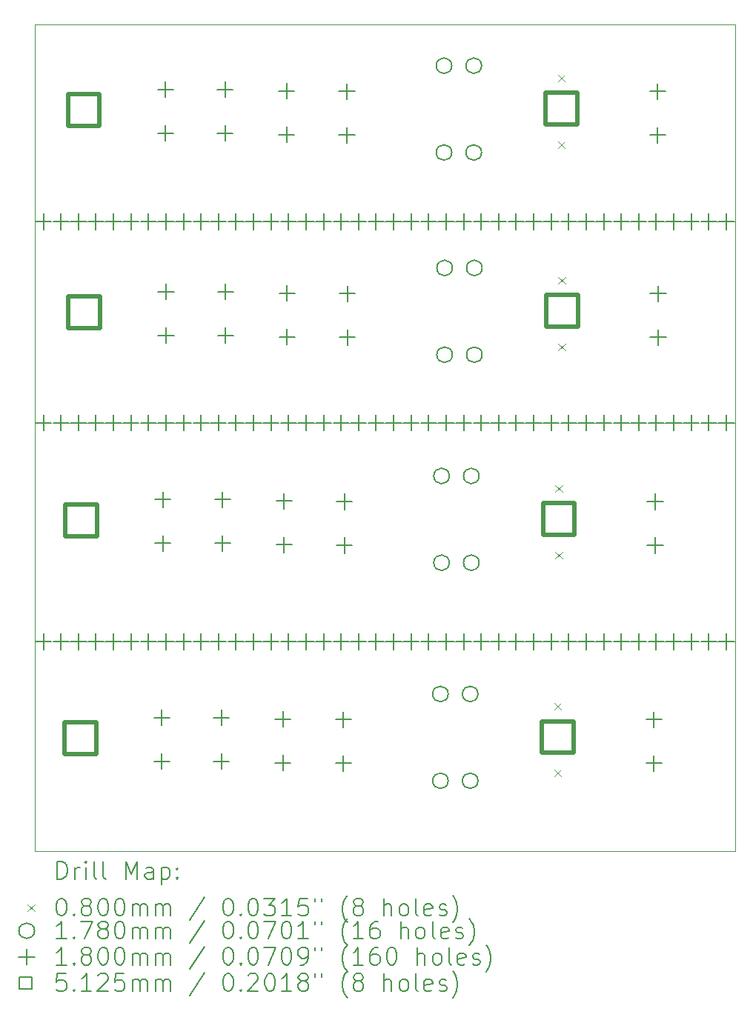
<source format=gbr>
%TF.GenerationSoftware,KiCad,Pcbnew,8.0.6*%
%TF.CreationDate,2024-11-20T17:21:28-05:00*%
%TF.ProjectId,RailsidePDB,5261696c-7369-4646-9550-44422e6b6963,rev?*%
%TF.SameCoordinates,Original*%
%TF.FileFunction,Drillmap*%
%TF.FilePolarity,Positive*%
%FSLAX45Y45*%
G04 Gerber Fmt 4.5, Leading zero omitted, Abs format (unit mm)*
G04 Created by KiCad (PCBNEW 8.0.6) date 2024-11-20 17:21:28*
%MOMM*%
%LPD*%
G01*
G04 APERTURE LIST*
%ADD10C,0.050000*%
%ADD11C,0.200000*%
%ADD12C,0.100000*%
%ADD13C,0.178000*%
%ADD14C,0.180000*%
%ADD15C,0.512500*%
G04 APERTURE END LIST*
D10*
X5100000Y-6350000D02*
X13100000Y-6350000D01*
X13100000Y-15800000D01*
X5100000Y-15800000D01*
X5100000Y-6350000D01*
D11*
D12*
X11035000Y-14102000D02*
X11115000Y-14182000D01*
X11115000Y-14102000D02*
X11035000Y-14182000D01*
X11035000Y-14864000D02*
X11115000Y-14944000D01*
X11115000Y-14864000D02*
X11035000Y-14944000D01*
X11047500Y-11610000D02*
X11127500Y-11690000D01*
X11127500Y-11610000D02*
X11047500Y-11690000D01*
X11047500Y-12372000D02*
X11127500Y-12452000D01*
X11127500Y-12372000D02*
X11047500Y-12452000D01*
X11076000Y-6921000D02*
X11156000Y-7001000D01*
X11156000Y-6921000D02*
X11076000Y-7001000D01*
X11076000Y-7683000D02*
X11156000Y-7763000D01*
X11156000Y-7683000D02*
X11076000Y-7763000D01*
X11082500Y-9232500D02*
X11162500Y-9312500D01*
X11162500Y-9232500D02*
X11082500Y-9312500D01*
X11082500Y-9994500D02*
X11162500Y-10074500D01*
X11162500Y-9994500D02*
X11082500Y-10074500D01*
D13*
X9824000Y-14000000D02*
G75*
G02*
X9646000Y-14000000I-89000J0D01*
G01*
X9646000Y-14000000D02*
G75*
G02*
X9824000Y-14000000I89000J0D01*
G01*
X9824000Y-14992000D02*
G75*
G02*
X9646000Y-14992000I-89000J0D01*
G01*
X9646000Y-14992000D02*
G75*
G02*
X9824000Y-14992000I89000J0D01*
G01*
X9836500Y-11508000D02*
G75*
G02*
X9658500Y-11508000I-89000J0D01*
G01*
X9658500Y-11508000D02*
G75*
G02*
X9836500Y-11508000I89000J0D01*
G01*
X9836500Y-12500000D02*
G75*
G02*
X9658500Y-12500000I-89000J0D01*
G01*
X9658500Y-12500000D02*
G75*
G02*
X9836500Y-12500000I89000J0D01*
G01*
X9865000Y-6819000D02*
G75*
G02*
X9687000Y-6819000I-89000J0D01*
G01*
X9687000Y-6819000D02*
G75*
G02*
X9865000Y-6819000I89000J0D01*
G01*
X9865000Y-7811000D02*
G75*
G02*
X9687000Y-7811000I-89000J0D01*
G01*
X9687000Y-7811000D02*
G75*
G02*
X9865000Y-7811000I89000J0D01*
G01*
X9871500Y-9130500D02*
G75*
G02*
X9693500Y-9130500I-89000J0D01*
G01*
X9693500Y-9130500D02*
G75*
G02*
X9871500Y-9130500I89000J0D01*
G01*
X9871500Y-10122500D02*
G75*
G02*
X9693500Y-10122500I-89000J0D01*
G01*
X9693500Y-10122500D02*
G75*
G02*
X9871500Y-10122500I89000J0D01*
G01*
X10164000Y-14000000D02*
G75*
G02*
X9986000Y-14000000I-89000J0D01*
G01*
X9986000Y-14000000D02*
G75*
G02*
X10164000Y-14000000I89000J0D01*
G01*
X10164000Y-14992000D02*
G75*
G02*
X9986000Y-14992000I-89000J0D01*
G01*
X9986000Y-14992000D02*
G75*
G02*
X10164000Y-14992000I89000J0D01*
G01*
X10176500Y-11508000D02*
G75*
G02*
X9998500Y-11508000I-89000J0D01*
G01*
X9998500Y-11508000D02*
G75*
G02*
X10176500Y-11508000I89000J0D01*
G01*
X10176500Y-12500000D02*
G75*
G02*
X9998500Y-12500000I-89000J0D01*
G01*
X9998500Y-12500000D02*
G75*
G02*
X10176500Y-12500000I89000J0D01*
G01*
X10205000Y-6819000D02*
G75*
G02*
X10027000Y-6819000I-89000J0D01*
G01*
X10027000Y-6819000D02*
G75*
G02*
X10205000Y-6819000I89000J0D01*
G01*
X10205000Y-7811000D02*
G75*
G02*
X10027000Y-7811000I-89000J0D01*
G01*
X10027000Y-7811000D02*
G75*
G02*
X10205000Y-7811000I89000J0D01*
G01*
X10211500Y-9130500D02*
G75*
G02*
X10033500Y-9130500I-89000J0D01*
G01*
X10033500Y-9130500D02*
G75*
G02*
X10211500Y-9130500I89000J0D01*
G01*
X10211500Y-10122500D02*
G75*
G02*
X10033500Y-10122500I-89000J0D01*
G01*
X10033500Y-10122500D02*
G75*
G02*
X10211500Y-10122500I89000J0D01*
G01*
D14*
X5200000Y-8510000D02*
X5200000Y-8690000D01*
X5110000Y-8600000D02*
X5290000Y-8600000D01*
X5200000Y-10810000D02*
X5200000Y-10990000D01*
X5110000Y-10900000D02*
X5290000Y-10900000D01*
X5200000Y-13310000D02*
X5200000Y-13490000D01*
X5110000Y-13400000D02*
X5290000Y-13400000D01*
X5400000Y-8510000D02*
X5400000Y-8690000D01*
X5310000Y-8600000D02*
X5490000Y-8600000D01*
X5400000Y-10810000D02*
X5400000Y-10990000D01*
X5310000Y-10900000D02*
X5490000Y-10900000D01*
X5400000Y-13310000D02*
X5400000Y-13490000D01*
X5310000Y-13400000D02*
X5490000Y-13400000D01*
X5600000Y-8510000D02*
X5600000Y-8690000D01*
X5510000Y-8600000D02*
X5690000Y-8600000D01*
X5600000Y-10810000D02*
X5600000Y-10990000D01*
X5510000Y-10900000D02*
X5690000Y-10900000D01*
X5600000Y-13310000D02*
X5600000Y-13490000D01*
X5510000Y-13400000D02*
X5690000Y-13400000D01*
X5800000Y-8510000D02*
X5800000Y-8690000D01*
X5710000Y-8600000D02*
X5890000Y-8600000D01*
X5800000Y-10810000D02*
X5800000Y-10990000D01*
X5710000Y-10900000D02*
X5890000Y-10900000D01*
X5800000Y-13310000D02*
X5800000Y-13490000D01*
X5710000Y-13400000D02*
X5890000Y-13400000D01*
X6000000Y-8510000D02*
X6000000Y-8690000D01*
X5910000Y-8600000D02*
X6090000Y-8600000D01*
X6000000Y-10810000D02*
X6000000Y-10990000D01*
X5910000Y-10900000D02*
X6090000Y-10900000D01*
X6000000Y-13310000D02*
X6000000Y-13490000D01*
X5910000Y-13400000D02*
X6090000Y-13400000D01*
X6200000Y-8510000D02*
X6200000Y-8690000D01*
X6110000Y-8600000D02*
X6290000Y-8600000D01*
X6200000Y-10810000D02*
X6200000Y-10990000D01*
X6110000Y-10900000D02*
X6290000Y-10900000D01*
X6200000Y-13310000D02*
X6200000Y-13490000D01*
X6110000Y-13400000D02*
X6290000Y-13400000D01*
X6400000Y-8510000D02*
X6400000Y-8690000D01*
X6310000Y-8600000D02*
X6490000Y-8600000D01*
X6400000Y-10810000D02*
X6400000Y-10990000D01*
X6310000Y-10900000D02*
X6490000Y-10900000D01*
X6400000Y-13310000D02*
X6400000Y-13490000D01*
X6310000Y-13400000D02*
X6490000Y-13400000D01*
X6552500Y-14179500D02*
X6552500Y-14359500D01*
X6462500Y-14269500D02*
X6642500Y-14269500D01*
X6552500Y-14679500D02*
X6552500Y-14859500D01*
X6462500Y-14769500D02*
X6642500Y-14769500D01*
X6565000Y-11687500D02*
X6565000Y-11867500D01*
X6475000Y-11777500D02*
X6655000Y-11777500D01*
X6565000Y-12187500D02*
X6565000Y-12367500D01*
X6475000Y-12277500D02*
X6655000Y-12277500D01*
X6593500Y-6998500D02*
X6593500Y-7178500D01*
X6503500Y-7088500D02*
X6683500Y-7088500D01*
X6593500Y-7498500D02*
X6593500Y-7678500D01*
X6503500Y-7588500D02*
X6683500Y-7588500D01*
X6600000Y-8510000D02*
X6600000Y-8690000D01*
X6510000Y-8600000D02*
X6690000Y-8600000D01*
X6600000Y-9310000D02*
X6600000Y-9490000D01*
X6510000Y-9400000D02*
X6690000Y-9400000D01*
X6600000Y-9810000D02*
X6600000Y-9990000D01*
X6510000Y-9900000D02*
X6690000Y-9900000D01*
X6600000Y-10810000D02*
X6600000Y-10990000D01*
X6510000Y-10900000D02*
X6690000Y-10900000D01*
X6600000Y-13310000D02*
X6600000Y-13490000D01*
X6510000Y-13400000D02*
X6690000Y-13400000D01*
X6800000Y-8510000D02*
X6800000Y-8690000D01*
X6710000Y-8600000D02*
X6890000Y-8600000D01*
X6800000Y-10810000D02*
X6800000Y-10990000D01*
X6710000Y-10900000D02*
X6890000Y-10900000D01*
X6800000Y-13310000D02*
X6800000Y-13490000D01*
X6710000Y-13400000D02*
X6890000Y-13400000D01*
X7000000Y-8510000D02*
X7000000Y-8690000D01*
X6910000Y-8600000D02*
X7090000Y-8600000D01*
X7000000Y-10810000D02*
X7000000Y-10990000D01*
X6910000Y-10900000D02*
X7090000Y-10900000D01*
X7000000Y-13310000D02*
X7000000Y-13490000D01*
X6910000Y-13400000D02*
X7090000Y-13400000D01*
X7200000Y-8510000D02*
X7200000Y-8690000D01*
X7110000Y-8600000D02*
X7290000Y-8600000D01*
X7200000Y-10810000D02*
X7200000Y-10990000D01*
X7110000Y-10900000D02*
X7290000Y-10900000D01*
X7200000Y-13310000D02*
X7200000Y-13490000D01*
X7110000Y-13400000D02*
X7290000Y-13400000D01*
X7232500Y-14179500D02*
X7232500Y-14359500D01*
X7142500Y-14269500D02*
X7322500Y-14269500D01*
X7232500Y-14679500D02*
X7232500Y-14859500D01*
X7142500Y-14769500D02*
X7322500Y-14769500D01*
X7245000Y-11687500D02*
X7245000Y-11867500D01*
X7155000Y-11777500D02*
X7335000Y-11777500D01*
X7245000Y-12187500D02*
X7245000Y-12367500D01*
X7155000Y-12277500D02*
X7335000Y-12277500D01*
X7273500Y-6998500D02*
X7273500Y-7178500D01*
X7183500Y-7088500D02*
X7363500Y-7088500D01*
X7273500Y-7498500D02*
X7273500Y-7678500D01*
X7183500Y-7588500D02*
X7363500Y-7588500D01*
X7280000Y-9310000D02*
X7280000Y-9490000D01*
X7190000Y-9400000D02*
X7370000Y-9400000D01*
X7280000Y-9810000D02*
X7280000Y-9990000D01*
X7190000Y-9900000D02*
X7370000Y-9900000D01*
X7400000Y-8510000D02*
X7400000Y-8690000D01*
X7310000Y-8600000D02*
X7490000Y-8600000D01*
X7400000Y-10810000D02*
X7400000Y-10990000D01*
X7310000Y-10900000D02*
X7490000Y-10900000D01*
X7400000Y-13310000D02*
X7400000Y-13490000D01*
X7310000Y-13400000D02*
X7490000Y-13400000D01*
X7600000Y-8510000D02*
X7600000Y-8690000D01*
X7510000Y-8600000D02*
X7690000Y-8600000D01*
X7600000Y-10810000D02*
X7600000Y-10990000D01*
X7510000Y-10900000D02*
X7690000Y-10900000D01*
X7600000Y-13310000D02*
X7600000Y-13490000D01*
X7510000Y-13400000D02*
X7690000Y-13400000D01*
X7800000Y-8510000D02*
X7800000Y-8690000D01*
X7710000Y-8600000D02*
X7890000Y-8600000D01*
X7800000Y-10810000D02*
X7800000Y-10990000D01*
X7710000Y-10900000D02*
X7890000Y-10900000D01*
X7800000Y-13310000D02*
X7800000Y-13490000D01*
X7710000Y-13400000D02*
X7890000Y-13400000D01*
X7935000Y-14197000D02*
X7935000Y-14377000D01*
X7845000Y-14287000D02*
X8025000Y-14287000D01*
X7935000Y-14697000D02*
X7935000Y-14877000D01*
X7845000Y-14787000D02*
X8025000Y-14787000D01*
X7947500Y-11705000D02*
X7947500Y-11885000D01*
X7857500Y-11795000D02*
X8037500Y-11795000D01*
X7947500Y-12205000D02*
X7947500Y-12385000D01*
X7857500Y-12295000D02*
X8037500Y-12295000D01*
X7976000Y-7016000D02*
X7976000Y-7196000D01*
X7886000Y-7106000D02*
X8066000Y-7106000D01*
X7976000Y-7516000D02*
X7976000Y-7696000D01*
X7886000Y-7606000D02*
X8066000Y-7606000D01*
X7982500Y-9327500D02*
X7982500Y-9507500D01*
X7892500Y-9417500D02*
X8072500Y-9417500D01*
X7982500Y-9827500D02*
X7982500Y-10007500D01*
X7892500Y-9917500D02*
X8072500Y-9917500D01*
X8000000Y-8510000D02*
X8000000Y-8690000D01*
X7910000Y-8600000D02*
X8090000Y-8600000D01*
X8000000Y-10810000D02*
X8000000Y-10990000D01*
X7910000Y-10900000D02*
X8090000Y-10900000D01*
X8000000Y-13310000D02*
X8000000Y-13490000D01*
X7910000Y-13400000D02*
X8090000Y-13400000D01*
X8200000Y-8510000D02*
X8200000Y-8690000D01*
X8110000Y-8600000D02*
X8290000Y-8600000D01*
X8200000Y-10810000D02*
X8200000Y-10990000D01*
X8110000Y-10900000D02*
X8290000Y-10900000D01*
X8200000Y-13310000D02*
X8200000Y-13490000D01*
X8110000Y-13400000D02*
X8290000Y-13400000D01*
X8400000Y-8510000D02*
X8400000Y-8690000D01*
X8310000Y-8600000D02*
X8490000Y-8600000D01*
X8400000Y-10810000D02*
X8400000Y-10990000D01*
X8310000Y-10900000D02*
X8490000Y-10900000D01*
X8400000Y-13310000D02*
X8400000Y-13490000D01*
X8310000Y-13400000D02*
X8490000Y-13400000D01*
X8600000Y-8510000D02*
X8600000Y-8690000D01*
X8510000Y-8600000D02*
X8690000Y-8600000D01*
X8600000Y-10810000D02*
X8600000Y-10990000D01*
X8510000Y-10900000D02*
X8690000Y-10900000D01*
X8600000Y-13310000D02*
X8600000Y-13490000D01*
X8510000Y-13400000D02*
X8690000Y-13400000D01*
X8625000Y-14202000D02*
X8625000Y-14382000D01*
X8535000Y-14292000D02*
X8715000Y-14292000D01*
X8625000Y-14702000D02*
X8625000Y-14882000D01*
X8535000Y-14792000D02*
X8715000Y-14792000D01*
X8637500Y-11710000D02*
X8637500Y-11890000D01*
X8547500Y-11800000D02*
X8727500Y-11800000D01*
X8637500Y-12210000D02*
X8637500Y-12390000D01*
X8547500Y-12300000D02*
X8727500Y-12300000D01*
X8666000Y-7021000D02*
X8666000Y-7201000D01*
X8576000Y-7111000D02*
X8756000Y-7111000D01*
X8666000Y-7521000D02*
X8666000Y-7701000D01*
X8576000Y-7611000D02*
X8756000Y-7611000D01*
X8672500Y-9332500D02*
X8672500Y-9512500D01*
X8582500Y-9422500D02*
X8762500Y-9422500D01*
X8672500Y-9832500D02*
X8672500Y-10012500D01*
X8582500Y-9922500D02*
X8762500Y-9922500D01*
X8800000Y-8510000D02*
X8800000Y-8690000D01*
X8710000Y-8600000D02*
X8890000Y-8600000D01*
X8800000Y-10810000D02*
X8800000Y-10990000D01*
X8710000Y-10900000D02*
X8890000Y-10900000D01*
X8800000Y-13310000D02*
X8800000Y-13490000D01*
X8710000Y-13400000D02*
X8890000Y-13400000D01*
X9000000Y-8510000D02*
X9000000Y-8690000D01*
X8910000Y-8600000D02*
X9090000Y-8600000D01*
X9000000Y-10810000D02*
X9000000Y-10990000D01*
X8910000Y-10900000D02*
X9090000Y-10900000D01*
X9000000Y-13310000D02*
X9000000Y-13490000D01*
X8910000Y-13400000D02*
X9090000Y-13400000D01*
X9200000Y-8510000D02*
X9200000Y-8690000D01*
X9110000Y-8600000D02*
X9290000Y-8600000D01*
X9200000Y-10810000D02*
X9200000Y-10990000D01*
X9110000Y-10900000D02*
X9290000Y-10900000D01*
X9200000Y-13310000D02*
X9200000Y-13490000D01*
X9110000Y-13400000D02*
X9290000Y-13400000D01*
X9400000Y-8510000D02*
X9400000Y-8690000D01*
X9310000Y-8600000D02*
X9490000Y-8600000D01*
X9400000Y-10810000D02*
X9400000Y-10990000D01*
X9310000Y-10900000D02*
X9490000Y-10900000D01*
X9400000Y-13310000D02*
X9400000Y-13490000D01*
X9310000Y-13400000D02*
X9490000Y-13400000D01*
X9600000Y-8510000D02*
X9600000Y-8690000D01*
X9510000Y-8600000D02*
X9690000Y-8600000D01*
X9600000Y-10810000D02*
X9600000Y-10990000D01*
X9510000Y-10900000D02*
X9690000Y-10900000D01*
X9600000Y-13310000D02*
X9600000Y-13490000D01*
X9510000Y-13400000D02*
X9690000Y-13400000D01*
X9800000Y-8510000D02*
X9800000Y-8690000D01*
X9710000Y-8600000D02*
X9890000Y-8600000D01*
X9800000Y-10810000D02*
X9800000Y-10990000D01*
X9710000Y-10900000D02*
X9890000Y-10900000D01*
X9800000Y-13310000D02*
X9800000Y-13490000D01*
X9710000Y-13400000D02*
X9890000Y-13400000D01*
X10000000Y-8510000D02*
X10000000Y-8690000D01*
X9910000Y-8600000D02*
X10090000Y-8600000D01*
X10000000Y-10810000D02*
X10000000Y-10990000D01*
X9910000Y-10900000D02*
X10090000Y-10900000D01*
X10000000Y-13310000D02*
X10000000Y-13490000D01*
X9910000Y-13400000D02*
X10090000Y-13400000D01*
X10200000Y-8510000D02*
X10200000Y-8690000D01*
X10110000Y-8600000D02*
X10290000Y-8600000D01*
X10200000Y-10810000D02*
X10200000Y-10990000D01*
X10110000Y-10900000D02*
X10290000Y-10900000D01*
X10200000Y-13310000D02*
X10200000Y-13490000D01*
X10110000Y-13400000D02*
X10290000Y-13400000D01*
X10400000Y-8510000D02*
X10400000Y-8690000D01*
X10310000Y-8600000D02*
X10490000Y-8600000D01*
X10400000Y-10810000D02*
X10400000Y-10990000D01*
X10310000Y-10900000D02*
X10490000Y-10900000D01*
X10400000Y-13310000D02*
X10400000Y-13490000D01*
X10310000Y-13400000D02*
X10490000Y-13400000D01*
X10600000Y-8510000D02*
X10600000Y-8690000D01*
X10510000Y-8600000D02*
X10690000Y-8600000D01*
X10600000Y-10810000D02*
X10600000Y-10990000D01*
X10510000Y-10900000D02*
X10690000Y-10900000D01*
X10600000Y-13310000D02*
X10600000Y-13490000D01*
X10510000Y-13400000D02*
X10690000Y-13400000D01*
X10800000Y-8510000D02*
X10800000Y-8690000D01*
X10710000Y-8600000D02*
X10890000Y-8600000D01*
X10800000Y-10810000D02*
X10800000Y-10990000D01*
X10710000Y-10900000D02*
X10890000Y-10900000D01*
X10800000Y-13310000D02*
X10800000Y-13490000D01*
X10710000Y-13400000D02*
X10890000Y-13400000D01*
X11000000Y-8510000D02*
X11000000Y-8690000D01*
X10910000Y-8600000D02*
X11090000Y-8600000D01*
X11000000Y-10810000D02*
X11000000Y-10990000D01*
X10910000Y-10900000D02*
X11090000Y-10900000D01*
X11000000Y-13310000D02*
X11000000Y-13490000D01*
X10910000Y-13400000D02*
X11090000Y-13400000D01*
X11200000Y-8510000D02*
X11200000Y-8690000D01*
X11110000Y-8600000D02*
X11290000Y-8600000D01*
X11200000Y-10810000D02*
X11200000Y-10990000D01*
X11110000Y-10900000D02*
X11290000Y-10900000D01*
X11200000Y-13310000D02*
X11200000Y-13490000D01*
X11110000Y-13400000D02*
X11290000Y-13400000D01*
X11400000Y-8510000D02*
X11400000Y-8690000D01*
X11310000Y-8600000D02*
X11490000Y-8600000D01*
X11400000Y-10810000D02*
X11400000Y-10990000D01*
X11310000Y-10900000D02*
X11490000Y-10900000D01*
X11400000Y-13310000D02*
X11400000Y-13490000D01*
X11310000Y-13400000D02*
X11490000Y-13400000D01*
X11600000Y-8510000D02*
X11600000Y-8690000D01*
X11510000Y-8600000D02*
X11690000Y-8600000D01*
X11600000Y-10810000D02*
X11600000Y-10990000D01*
X11510000Y-10900000D02*
X11690000Y-10900000D01*
X11600000Y-13310000D02*
X11600000Y-13490000D01*
X11510000Y-13400000D02*
X11690000Y-13400000D01*
X11800000Y-8510000D02*
X11800000Y-8690000D01*
X11710000Y-8600000D02*
X11890000Y-8600000D01*
X11800000Y-10810000D02*
X11800000Y-10990000D01*
X11710000Y-10900000D02*
X11890000Y-10900000D01*
X11800000Y-13310000D02*
X11800000Y-13490000D01*
X11710000Y-13400000D02*
X11890000Y-13400000D01*
X12000000Y-8510000D02*
X12000000Y-8690000D01*
X11910000Y-8600000D02*
X12090000Y-8600000D01*
X12000000Y-10810000D02*
X12000000Y-10990000D01*
X11910000Y-10900000D02*
X12090000Y-10900000D01*
X12000000Y-13310000D02*
X12000000Y-13490000D01*
X11910000Y-13400000D02*
X12090000Y-13400000D01*
X12175000Y-14202000D02*
X12175000Y-14382000D01*
X12085000Y-14292000D02*
X12265000Y-14292000D01*
X12175000Y-14702000D02*
X12175000Y-14882000D01*
X12085000Y-14792000D02*
X12265000Y-14792000D01*
X12187500Y-11710000D02*
X12187500Y-11890000D01*
X12097500Y-11800000D02*
X12277500Y-11800000D01*
X12187500Y-12210000D02*
X12187500Y-12390000D01*
X12097500Y-12300000D02*
X12277500Y-12300000D01*
X12200000Y-8510000D02*
X12200000Y-8690000D01*
X12110000Y-8600000D02*
X12290000Y-8600000D01*
X12200000Y-10810000D02*
X12200000Y-10990000D01*
X12110000Y-10900000D02*
X12290000Y-10900000D01*
X12200000Y-13310000D02*
X12200000Y-13490000D01*
X12110000Y-13400000D02*
X12290000Y-13400000D01*
X12216000Y-7021000D02*
X12216000Y-7201000D01*
X12126000Y-7111000D02*
X12306000Y-7111000D01*
X12216000Y-7521000D02*
X12216000Y-7701000D01*
X12126000Y-7611000D02*
X12306000Y-7611000D01*
X12222500Y-9332500D02*
X12222500Y-9512500D01*
X12132500Y-9422500D02*
X12312500Y-9422500D01*
X12222500Y-9832500D02*
X12222500Y-10012500D01*
X12132500Y-9922500D02*
X12312500Y-9922500D01*
X12400000Y-8510000D02*
X12400000Y-8690000D01*
X12310000Y-8600000D02*
X12490000Y-8600000D01*
X12400000Y-10810000D02*
X12400000Y-10990000D01*
X12310000Y-10900000D02*
X12490000Y-10900000D01*
X12400000Y-13310000D02*
X12400000Y-13490000D01*
X12310000Y-13400000D02*
X12490000Y-13400000D01*
X12600000Y-8510000D02*
X12600000Y-8690000D01*
X12510000Y-8600000D02*
X12690000Y-8600000D01*
X12600000Y-10810000D02*
X12600000Y-10990000D01*
X12510000Y-10900000D02*
X12690000Y-10900000D01*
X12600000Y-13310000D02*
X12600000Y-13490000D01*
X12510000Y-13400000D02*
X12690000Y-13400000D01*
X12800000Y-8510000D02*
X12800000Y-8690000D01*
X12710000Y-8600000D02*
X12890000Y-8600000D01*
X12800000Y-10810000D02*
X12800000Y-10990000D01*
X12710000Y-10900000D02*
X12890000Y-10900000D01*
X12800000Y-13310000D02*
X12800000Y-13490000D01*
X12710000Y-13400000D02*
X12890000Y-13400000D01*
X13000000Y-8510000D02*
X13000000Y-8690000D01*
X12910000Y-8600000D02*
X13090000Y-8600000D01*
X13000000Y-10810000D02*
X13000000Y-10990000D01*
X12910000Y-10900000D02*
X13090000Y-10900000D01*
X13000000Y-13310000D02*
X13000000Y-13490000D01*
X12910000Y-13400000D02*
X13090000Y-13400000D01*
D15*
X5800198Y-14687198D02*
X5800198Y-14324802D01*
X5437802Y-14324802D01*
X5437802Y-14687198D01*
X5800198Y-14687198D01*
X5812698Y-12195198D02*
X5812698Y-11832802D01*
X5450302Y-11832802D01*
X5450302Y-12195198D01*
X5812698Y-12195198D01*
X5841198Y-7506198D02*
X5841198Y-7143802D01*
X5478802Y-7143802D01*
X5478802Y-7506198D01*
X5841198Y-7506198D01*
X5847698Y-9817698D02*
X5847698Y-9455302D01*
X5485302Y-9455302D01*
X5485302Y-9817698D01*
X5847698Y-9817698D01*
X11256198Y-14673198D02*
X11256198Y-14310802D01*
X10893802Y-14310802D01*
X10893802Y-14673198D01*
X11256198Y-14673198D01*
X11268698Y-12181198D02*
X11268698Y-11818802D01*
X10906302Y-11818802D01*
X10906302Y-12181198D01*
X11268698Y-12181198D01*
X11297198Y-7492198D02*
X11297198Y-7129802D01*
X10934802Y-7129802D01*
X10934802Y-7492198D01*
X11297198Y-7492198D01*
X11303698Y-9803698D02*
X11303698Y-9441302D01*
X10941302Y-9441302D01*
X10941302Y-9803698D01*
X11303698Y-9803698D01*
D11*
X5358277Y-16113984D02*
X5358277Y-15913984D01*
X5358277Y-15913984D02*
X5405896Y-15913984D01*
X5405896Y-15913984D02*
X5434467Y-15923508D01*
X5434467Y-15923508D02*
X5453515Y-15942555D01*
X5453515Y-15942555D02*
X5463039Y-15961603D01*
X5463039Y-15961603D02*
X5472563Y-15999698D01*
X5472563Y-15999698D02*
X5472563Y-16028269D01*
X5472563Y-16028269D02*
X5463039Y-16066365D01*
X5463039Y-16066365D02*
X5453515Y-16085412D01*
X5453515Y-16085412D02*
X5434467Y-16104460D01*
X5434467Y-16104460D02*
X5405896Y-16113984D01*
X5405896Y-16113984D02*
X5358277Y-16113984D01*
X5558277Y-16113984D02*
X5558277Y-15980650D01*
X5558277Y-16018746D02*
X5567801Y-15999698D01*
X5567801Y-15999698D02*
X5577324Y-15990174D01*
X5577324Y-15990174D02*
X5596372Y-15980650D01*
X5596372Y-15980650D02*
X5615420Y-15980650D01*
X5682086Y-16113984D02*
X5682086Y-15980650D01*
X5682086Y-15913984D02*
X5672562Y-15923508D01*
X5672562Y-15923508D02*
X5682086Y-15933031D01*
X5682086Y-15933031D02*
X5691610Y-15923508D01*
X5691610Y-15923508D02*
X5682086Y-15913984D01*
X5682086Y-15913984D02*
X5682086Y-15933031D01*
X5805896Y-16113984D02*
X5786848Y-16104460D01*
X5786848Y-16104460D02*
X5777324Y-16085412D01*
X5777324Y-16085412D02*
X5777324Y-15913984D01*
X5910658Y-16113984D02*
X5891610Y-16104460D01*
X5891610Y-16104460D02*
X5882086Y-16085412D01*
X5882086Y-16085412D02*
X5882086Y-15913984D01*
X6139229Y-16113984D02*
X6139229Y-15913984D01*
X6139229Y-15913984D02*
X6205896Y-16056841D01*
X6205896Y-16056841D02*
X6272562Y-15913984D01*
X6272562Y-15913984D02*
X6272562Y-16113984D01*
X6453515Y-16113984D02*
X6453515Y-16009222D01*
X6453515Y-16009222D02*
X6443991Y-15990174D01*
X6443991Y-15990174D02*
X6424943Y-15980650D01*
X6424943Y-15980650D02*
X6386848Y-15980650D01*
X6386848Y-15980650D02*
X6367801Y-15990174D01*
X6453515Y-16104460D02*
X6434467Y-16113984D01*
X6434467Y-16113984D02*
X6386848Y-16113984D01*
X6386848Y-16113984D02*
X6367801Y-16104460D01*
X6367801Y-16104460D02*
X6358277Y-16085412D01*
X6358277Y-16085412D02*
X6358277Y-16066365D01*
X6358277Y-16066365D02*
X6367801Y-16047317D01*
X6367801Y-16047317D02*
X6386848Y-16037793D01*
X6386848Y-16037793D02*
X6434467Y-16037793D01*
X6434467Y-16037793D02*
X6453515Y-16028269D01*
X6548753Y-15980650D02*
X6548753Y-16180650D01*
X6548753Y-15990174D02*
X6567801Y-15980650D01*
X6567801Y-15980650D02*
X6605896Y-15980650D01*
X6605896Y-15980650D02*
X6624943Y-15990174D01*
X6624943Y-15990174D02*
X6634467Y-15999698D01*
X6634467Y-15999698D02*
X6643991Y-16018746D01*
X6643991Y-16018746D02*
X6643991Y-16075888D01*
X6643991Y-16075888D02*
X6634467Y-16094936D01*
X6634467Y-16094936D02*
X6624943Y-16104460D01*
X6624943Y-16104460D02*
X6605896Y-16113984D01*
X6605896Y-16113984D02*
X6567801Y-16113984D01*
X6567801Y-16113984D02*
X6548753Y-16104460D01*
X6729705Y-16094936D02*
X6739229Y-16104460D01*
X6739229Y-16104460D02*
X6729705Y-16113984D01*
X6729705Y-16113984D02*
X6720182Y-16104460D01*
X6720182Y-16104460D02*
X6729705Y-16094936D01*
X6729705Y-16094936D02*
X6729705Y-16113984D01*
X6729705Y-15990174D02*
X6739229Y-15999698D01*
X6739229Y-15999698D02*
X6729705Y-16009222D01*
X6729705Y-16009222D02*
X6720182Y-15999698D01*
X6720182Y-15999698D02*
X6729705Y-15990174D01*
X6729705Y-15990174D02*
X6729705Y-16009222D01*
D12*
X5017500Y-16402500D02*
X5097500Y-16482500D01*
X5097500Y-16402500D02*
X5017500Y-16482500D01*
D11*
X5396372Y-16333984D02*
X5415420Y-16333984D01*
X5415420Y-16333984D02*
X5434467Y-16343508D01*
X5434467Y-16343508D02*
X5443991Y-16353031D01*
X5443991Y-16353031D02*
X5453515Y-16372079D01*
X5453515Y-16372079D02*
X5463039Y-16410174D01*
X5463039Y-16410174D02*
X5463039Y-16457793D01*
X5463039Y-16457793D02*
X5453515Y-16495888D01*
X5453515Y-16495888D02*
X5443991Y-16514936D01*
X5443991Y-16514936D02*
X5434467Y-16524460D01*
X5434467Y-16524460D02*
X5415420Y-16533984D01*
X5415420Y-16533984D02*
X5396372Y-16533984D01*
X5396372Y-16533984D02*
X5377324Y-16524460D01*
X5377324Y-16524460D02*
X5367801Y-16514936D01*
X5367801Y-16514936D02*
X5358277Y-16495888D01*
X5358277Y-16495888D02*
X5348753Y-16457793D01*
X5348753Y-16457793D02*
X5348753Y-16410174D01*
X5348753Y-16410174D02*
X5358277Y-16372079D01*
X5358277Y-16372079D02*
X5367801Y-16353031D01*
X5367801Y-16353031D02*
X5377324Y-16343508D01*
X5377324Y-16343508D02*
X5396372Y-16333984D01*
X5548753Y-16514936D02*
X5558277Y-16524460D01*
X5558277Y-16524460D02*
X5548753Y-16533984D01*
X5548753Y-16533984D02*
X5539229Y-16524460D01*
X5539229Y-16524460D02*
X5548753Y-16514936D01*
X5548753Y-16514936D02*
X5548753Y-16533984D01*
X5672562Y-16419698D02*
X5653515Y-16410174D01*
X5653515Y-16410174D02*
X5643991Y-16400650D01*
X5643991Y-16400650D02*
X5634467Y-16381603D01*
X5634467Y-16381603D02*
X5634467Y-16372079D01*
X5634467Y-16372079D02*
X5643991Y-16353031D01*
X5643991Y-16353031D02*
X5653515Y-16343508D01*
X5653515Y-16343508D02*
X5672562Y-16333984D01*
X5672562Y-16333984D02*
X5710658Y-16333984D01*
X5710658Y-16333984D02*
X5729705Y-16343508D01*
X5729705Y-16343508D02*
X5739229Y-16353031D01*
X5739229Y-16353031D02*
X5748753Y-16372079D01*
X5748753Y-16372079D02*
X5748753Y-16381603D01*
X5748753Y-16381603D02*
X5739229Y-16400650D01*
X5739229Y-16400650D02*
X5729705Y-16410174D01*
X5729705Y-16410174D02*
X5710658Y-16419698D01*
X5710658Y-16419698D02*
X5672562Y-16419698D01*
X5672562Y-16419698D02*
X5653515Y-16429222D01*
X5653515Y-16429222D02*
X5643991Y-16438746D01*
X5643991Y-16438746D02*
X5634467Y-16457793D01*
X5634467Y-16457793D02*
X5634467Y-16495888D01*
X5634467Y-16495888D02*
X5643991Y-16514936D01*
X5643991Y-16514936D02*
X5653515Y-16524460D01*
X5653515Y-16524460D02*
X5672562Y-16533984D01*
X5672562Y-16533984D02*
X5710658Y-16533984D01*
X5710658Y-16533984D02*
X5729705Y-16524460D01*
X5729705Y-16524460D02*
X5739229Y-16514936D01*
X5739229Y-16514936D02*
X5748753Y-16495888D01*
X5748753Y-16495888D02*
X5748753Y-16457793D01*
X5748753Y-16457793D02*
X5739229Y-16438746D01*
X5739229Y-16438746D02*
X5729705Y-16429222D01*
X5729705Y-16429222D02*
X5710658Y-16419698D01*
X5872562Y-16333984D02*
X5891610Y-16333984D01*
X5891610Y-16333984D02*
X5910658Y-16343508D01*
X5910658Y-16343508D02*
X5920182Y-16353031D01*
X5920182Y-16353031D02*
X5929705Y-16372079D01*
X5929705Y-16372079D02*
X5939229Y-16410174D01*
X5939229Y-16410174D02*
X5939229Y-16457793D01*
X5939229Y-16457793D02*
X5929705Y-16495888D01*
X5929705Y-16495888D02*
X5920182Y-16514936D01*
X5920182Y-16514936D02*
X5910658Y-16524460D01*
X5910658Y-16524460D02*
X5891610Y-16533984D01*
X5891610Y-16533984D02*
X5872562Y-16533984D01*
X5872562Y-16533984D02*
X5853515Y-16524460D01*
X5853515Y-16524460D02*
X5843991Y-16514936D01*
X5843991Y-16514936D02*
X5834467Y-16495888D01*
X5834467Y-16495888D02*
X5824943Y-16457793D01*
X5824943Y-16457793D02*
X5824943Y-16410174D01*
X5824943Y-16410174D02*
X5834467Y-16372079D01*
X5834467Y-16372079D02*
X5843991Y-16353031D01*
X5843991Y-16353031D02*
X5853515Y-16343508D01*
X5853515Y-16343508D02*
X5872562Y-16333984D01*
X6063039Y-16333984D02*
X6082086Y-16333984D01*
X6082086Y-16333984D02*
X6101134Y-16343508D01*
X6101134Y-16343508D02*
X6110658Y-16353031D01*
X6110658Y-16353031D02*
X6120182Y-16372079D01*
X6120182Y-16372079D02*
X6129705Y-16410174D01*
X6129705Y-16410174D02*
X6129705Y-16457793D01*
X6129705Y-16457793D02*
X6120182Y-16495888D01*
X6120182Y-16495888D02*
X6110658Y-16514936D01*
X6110658Y-16514936D02*
X6101134Y-16524460D01*
X6101134Y-16524460D02*
X6082086Y-16533984D01*
X6082086Y-16533984D02*
X6063039Y-16533984D01*
X6063039Y-16533984D02*
X6043991Y-16524460D01*
X6043991Y-16524460D02*
X6034467Y-16514936D01*
X6034467Y-16514936D02*
X6024943Y-16495888D01*
X6024943Y-16495888D02*
X6015420Y-16457793D01*
X6015420Y-16457793D02*
X6015420Y-16410174D01*
X6015420Y-16410174D02*
X6024943Y-16372079D01*
X6024943Y-16372079D02*
X6034467Y-16353031D01*
X6034467Y-16353031D02*
X6043991Y-16343508D01*
X6043991Y-16343508D02*
X6063039Y-16333984D01*
X6215420Y-16533984D02*
X6215420Y-16400650D01*
X6215420Y-16419698D02*
X6224943Y-16410174D01*
X6224943Y-16410174D02*
X6243991Y-16400650D01*
X6243991Y-16400650D02*
X6272563Y-16400650D01*
X6272563Y-16400650D02*
X6291610Y-16410174D01*
X6291610Y-16410174D02*
X6301134Y-16429222D01*
X6301134Y-16429222D02*
X6301134Y-16533984D01*
X6301134Y-16429222D02*
X6310658Y-16410174D01*
X6310658Y-16410174D02*
X6329705Y-16400650D01*
X6329705Y-16400650D02*
X6358277Y-16400650D01*
X6358277Y-16400650D02*
X6377324Y-16410174D01*
X6377324Y-16410174D02*
X6386848Y-16429222D01*
X6386848Y-16429222D02*
X6386848Y-16533984D01*
X6482086Y-16533984D02*
X6482086Y-16400650D01*
X6482086Y-16419698D02*
X6491610Y-16410174D01*
X6491610Y-16410174D02*
X6510658Y-16400650D01*
X6510658Y-16400650D02*
X6539229Y-16400650D01*
X6539229Y-16400650D02*
X6558277Y-16410174D01*
X6558277Y-16410174D02*
X6567801Y-16429222D01*
X6567801Y-16429222D02*
X6567801Y-16533984D01*
X6567801Y-16429222D02*
X6577324Y-16410174D01*
X6577324Y-16410174D02*
X6596372Y-16400650D01*
X6596372Y-16400650D02*
X6624943Y-16400650D01*
X6624943Y-16400650D02*
X6643991Y-16410174D01*
X6643991Y-16410174D02*
X6653515Y-16429222D01*
X6653515Y-16429222D02*
X6653515Y-16533984D01*
X7043991Y-16324460D02*
X6872563Y-16581603D01*
X7301134Y-16333984D02*
X7320182Y-16333984D01*
X7320182Y-16333984D02*
X7339229Y-16343508D01*
X7339229Y-16343508D02*
X7348753Y-16353031D01*
X7348753Y-16353031D02*
X7358277Y-16372079D01*
X7358277Y-16372079D02*
X7367801Y-16410174D01*
X7367801Y-16410174D02*
X7367801Y-16457793D01*
X7367801Y-16457793D02*
X7358277Y-16495888D01*
X7358277Y-16495888D02*
X7348753Y-16514936D01*
X7348753Y-16514936D02*
X7339229Y-16524460D01*
X7339229Y-16524460D02*
X7320182Y-16533984D01*
X7320182Y-16533984D02*
X7301134Y-16533984D01*
X7301134Y-16533984D02*
X7282086Y-16524460D01*
X7282086Y-16524460D02*
X7272563Y-16514936D01*
X7272563Y-16514936D02*
X7263039Y-16495888D01*
X7263039Y-16495888D02*
X7253515Y-16457793D01*
X7253515Y-16457793D02*
X7253515Y-16410174D01*
X7253515Y-16410174D02*
X7263039Y-16372079D01*
X7263039Y-16372079D02*
X7272563Y-16353031D01*
X7272563Y-16353031D02*
X7282086Y-16343508D01*
X7282086Y-16343508D02*
X7301134Y-16333984D01*
X7453515Y-16514936D02*
X7463039Y-16524460D01*
X7463039Y-16524460D02*
X7453515Y-16533984D01*
X7453515Y-16533984D02*
X7443991Y-16524460D01*
X7443991Y-16524460D02*
X7453515Y-16514936D01*
X7453515Y-16514936D02*
X7453515Y-16533984D01*
X7586848Y-16333984D02*
X7605896Y-16333984D01*
X7605896Y-16333984D02*
X7624944Y-16343508D01*
X7624944Y-16343508D02*
X7634467Y-16353031D01*
X7634467Y-16353031D02*
X7643991Y-16372079D01*
X7643991Y-16372079D02*
X7653515Y-16410174D01*
X7653515Y-16410174D02*
X7653515Y-16457793D01*
X7653515Y-16457793D02*
X7643991Y-16495888D01*
X7643991Y-16495888D02*
X7634467Y-16514936D01*
X7634467Y-16514936D02*
X7624944Y-16524460D01*
X7624944Y-16524460D02*
X7605896Y-16533984D01*
X7605896Y-16533984D02*
X7586848Y-16533984D01*
X7586848Y-16533984D02*
X7567801Y-16524460D01*
X7567801Y-16524460D02*
X7558277Y-16514936D01*
X7558277Y-16514936D02*
X7548753Y-16495888D01*
X7548753Y-16495888D02*
X7539229Y-16457793D01*
X7539229Y-16457793D02*
X7539229Y-16410174D01*
X7539229Y-16410174D02*
X7548753Y-16372079D01*
X7548753Y-16372079D02*
X7558277Y-16353031D01*
X7558277Y-16353031D02*
X7567801Y-16343508D01*
X7567801Y-16343508D02*
X7586848Y-16333984D01*
X7720182Y-16333984D02*
X7843991Y-16333984D01*
X7843991Y-16333984D02*
X7777325Y-16410174D01*
X7777325Y-16410174D02*
X7805896Y-16410174D01*
X7805896Y-16410174D02*
X7824944Y-16419698D01*
X7824944Y-16419698D02*
X7834467Y-16429222D01*
X7834467Y-16429222D02*
X7843991Y-16448269D01*
X7843991Y-16448269D02*
X7843991Y-16495888D01*
X7843991Y-16495888D02*
X7834467Y-16514936D01*
X7834467Y-16514936D02*
X7824944Y-16524460D01*
X7824944Y-16524460D02*
X7805896Y-16533984D01*
X7805896Y-16533984D02*
X7748753Y-16533984D01*
X7748753Y-16533984D02*
X7729706Y-16524460D01*
X7729706Y-16524460D02*
X7720182Y-16514936D01*
X8034467Y-16533984D02*
X7920182Y-16533984D01*
X7977325Y-16533984D02*
X7977325Y-16333984D01*
X7977325Y-16333984D02*
X7958277Y-16362555D01*
X7958277Y-16362555D02*
X7939229Y-16381603D01*
X7939229Y-16381603D02*
X7920182Y-16391127D01*
X8215420Y-16333984D02*
X8120182Y-16333984D01*
X8120182Y-16333984D02*
X8110658Y-16429222D01*
X8110658Y-16429222D02*
X8120182Y-16419698D01*
X8120182Y-16419698D02*
X8139229Y-16410174D01*
X8139229Y-16410174D02*
X8186848Y-16410174D01*
X8186848Y-16410174D02*
X8205896Y-16419698D01*
X8205896Y-16419698D02*
X8215420Y-16429222D01*
X8215420Y-16429222D02*
X8224944Y-16448269D01*
X8224944Y-16448269D02*
X8224944Y-16495888D01*
X8224944Y-16495888D02*
X8215420Y-16514936D01*
X8215420Y-16514936D02*
X8205896Y-16524460D01*
X8205896Y-16524460D02*
X8186848Y-16533984D01*
X8186848Y-16533984D02*
X8139229Y-16533984D01*
X8139229Y-16533984D02*
X8120182Y-16524460D01*
X8120182Y-16524460D02*
X8110658Y-16514936D01*
X8301134Y-16333984D02*
X8301134Y-16372079D01*
X8377325Y-16333984D02*
X8377325Y-16372079D01*
X8672563Y-16610174D02*
X8663039Y-16600650D01*
X8663039Y-16600650D02*
X8643991Y-16572079D01*
X8643991Y-16572079D02*
X8634468Y-16553031D01*
X8634468Y-16553031D02*
X8624944Y-16524460D01*
X8624944Y-16524460D02*
X8615420Y-16476841D01*
X8615420Y-16476841D02*
X8615420Y-16438746D01*
X8615420Y-16438746D02*
X8624944Y-16391127D01*
X8624944Y-16391127D02*
X8634468Y-16362555D01*
X8634468Y-16362555D02*
X8643991Y-16343508D01*
X8643991Y-16343508D02*
X8663039Y-16314936D01*
X8663039Y-16314936D02*
X8672563Y-16305412D01*
X8777325Y-16419698D02*
X8758277Y-16410174D01*
X8758277Y-16410174D02*
X8748753Y-16400650D01*
X8748753Y-16400650D02*
X8739230Y-16381603D01*
X8739230Y-16381603D02*
X8739230Y-16372079D01*
X8739230Y-16372079D02*
X8748753Y-16353031D01*
X8748753Y-16353031D02*
X8758277Y-16343508D01*
X8758277Y-16343508D02*
X8777325Y-16333984D01*
X8777325Y-16333984D02*
X8815420Y-16333984D01*
X8815420Y-16333984D02*
X8834468Y-16343508D01*
X8834468Y-16343508D02*
X8843991Y-16353031D01*
X8843991Y-16353031D02*
X8853515Y-16372079D01*
X8853515Y-16372079D02*
X8853515Y-16381603D01*
X8853515Y-16381603D02*
X8843991Y-16400650D01*
X8843991Y-16400650D02*
X8834468Y-16410174D01*
X8834468Y-16410174D02*
X8815420Y-16419698D01*
X8815420Y-16419698D02*
X8777325Y-16419698D01*
X8777325Y-16419698D02*
X8758277Y-16429222D01*
X8758277Y-16429222D02*
X8748753Y-16438746D01*
X8748753Y-16438746D02*
X8739230Y-16457793D01*
X8739230Y-16457793D02*
X8739230Y-16495888D01*
X8739230Y-16495888D02*
X8748753Y-16514936D01*
X8748753Y-16514936D02*
X8758277Y-16524460D01*
X8758277Y-16524460D02*
X8777325Y-16533984D01*
X8777325Y-16533984D02*
X8815420Y-16533984D01*
X8815420Y-16533984D02*
X8834468Y-16524460D01*
X8834468Y-16524460D02*
X8843991Y-16514936D01*
X8843991Y-16514936D02*
X8853515Y-16495888D01*
X8853515Y-16495888D02*
X8853515Y-16457793D01*
X8853515Y-16457793D02*
X8843991Y-16438746D01*
X8843991Y-16438746D02*
X8834468Y-16429222D01*
X8834468Y-16429222D02*
X8815420Y-16419698D01*
X9091611Y-16533984D02*
X9091611Y-16333984D01*
X9177325Y-16533984D02*
X9177325Y-16429222D01*
X9177325Y-16429222D02*
X9167801Y-16410174D01*
X9167801Y-16410174D02*
X9148753Y-16400650D01*
X9148753Y-16400650D02*
X9120182Y-16400650D01*
X9120182Y-16400650D02*
X9101134Y-16410174D01*
X9101134Y-16410174D02*
X9091611Y-16419698D01*
X9301134Y-16533984D02*
X9282087Y-16524460D01*
X9282087Y-16524460D02*
X9272563Y-16514936D01*
X9272563Y-16514936D02*
X9263039Y-16495888D01*
X9263039Y-16495888D02*
X9263039Y-16438746D01*
X9263039Y-16438746D02*
X9272563Y-16419698D01*
X9272563Y-16419698D02*
X9282087Y-16410174D01*
X9282087Y-16410174D02*
X9301134Y-16400650D01*
X9301134Y-16400650D02*
X9329706Y-16400650D01*
X9329706Y-16400650D02*
X9348753Y-16410174D01*
X9348753Y-16410174D02*
X9358277Y-16419698D01*
X9358277Y-16419698D02*
X9367801Y-16438746D01*
X9367801Y-16438746D02*
X9367801Y-16495888D01*
X9367801Y-16495888D02*
X9358277Y-16514936D01*
X9358277Y-16514936D02*
X9348753Y-16524460D01*
X9348753Y-16524460D02*
X9329706Y-16533984D01*
X9329706Y-16533984D02*
X9301134Y-16533984D01*
X9482087Y-16533984D02*
X9463039Y-16524460D01*
X9463039Y-16524460D02*
X9453515Y-16505412D01*
X9453515Y-16505412D02*
X9453515Y-16333984D01*
X9634468Y-16524460D02*
X9615420Y-16533984D01*
X9615420Y-16533984D02*
X9577325Y-16533984D01*
X9577325Y-16533984D02*
X9558277Y-16524460D01*
X9558277Y-16524460D02*
X9548753Y-16505412D01*
X9548753Y-16505412D02*
X9548753Y-16429222D01*
X9548753Y-16429222D02*
X9558277Y-16410174D01*
X9558277Y-16410174D02*
X9577325Y-16400650D01*
X9577325Y-16400650D02*
X9615420Y-16400650D01*
X9615420Y-16400650D02*
X9634468Y-16410174D01*
X9634468Y-16410174D02*
X9643992Y-16429222D01*
X9643992Y-16429222D02*
X9643992Y-16448269D01*
X9643992Y-16448269D02*
X9548753Y-16467317D01*
X9720182Y-16524460D02*
X9739230Y-16533984D01*
X9739230Y-16533984D02*
X9777325Y-16533984D01*
X9777325Y-16533984D02*
X9796373Y-16524460D01*
X9796373Y-16524460D02*
X9805896Y-16505412D01*
X9805896Y-16505412D02*
X9805896Y-16495888D01*
X9805896Y-16495888D02*
X9796373Y-16476841D01*
X9796373Y-16476841D02*
X9777325Y-16467317D01*
X9777325Y-16467317D02*
X9748753Y-16467317D01*
X9748753Y-16467317D02*
X9729706Y-16457793D01*
X9729706Y-16457793D02*
X9720182Y-16438746D01*
X9720182Y-16438746D02*
X9720182Y-16429222D01*
X9720182Y-16429222D02*
X9729706Y-16410174D01*
X9729706Y-16410174D02*
X9748753Y-16400650D01*
X9748753Y-16400650D02*
X9777325Y-16400650D01*
X9777325Y-16400650D02*
X9796373Y-16410174D01*
X9872563Y-16610174D02*
X9882087Y-16600650D01*
X9882087Y-16600650D02*
X9901134Y-16572079D01*
X9901134Y-16572079D02*
X9910658Y-16553031D01*
X9910658Y-16553031D02*
X9920182Y-16524460D01*
X9920182Y-16524460D02*
X9929706Y-16476841D01*
X9929706Y-16476841D02*
X9929706Y-16438746D01*
X9929706Y-16438746D02*
X9920182Y-16391127D01*
X9920182Y-16391127D02*
X9910658Y-16362555D01*
X9910658Y-16362555D02*
X9901134Y-16343508D01*
X9901134Y-16343508D02*
X9882087Y-16314936D01*
X9882087Y-16314936D02*
X9872563Y-16305412D01*
D13*
X5097500Y-16706500D02*
G75*
G02*
X4919500Y-16706500I-89000J0D01*
G01*
X4919500Y-16706500D02*
G75*
G02*
X5097500Y-16706500I89000J0D01*
G01*
D11*
X5463039Y-16797984D02*
X5348753Y-16797984D01*
X5405896Y-16797984D02*
X5405896Y-16597984D01*
X5405896Y-16597984D02*
X5386848Y-16626555D01*
X5386848Y-16626555D02*
X5367801Y-16645603D01*
X5367801Y-16645603D02*
X5348753Y-16655127D01*
X5548753Y-16778936D02*
X5558277Y-16788460D01*
X5558277Y-16788460D02*
X5548753Y-16797984D01*
X5548753Y-16797984D02*
X5539229Y-16788460D01*
X5539229Y-16788460D02*
X5548753Y-16778936D01*
X5548753Y-16778936D02*
X5548753Y-16797984D01*
X5624943Y-16597984D02*
X5758277Y-16597984D01*
X5758277Y-16597984D02*
X5672562Y-16797984D01*
X5863039Y-16683698D02*
X5843991Y-16674174D01*
X5843991Y-16674174D02*
X5834467Y-16664650D01*
X5834467Y-16664650D02*
X5824943Y-16645603D01*
X5824943Y-16645603D02*
X5824943Y-16636079D01*
X5824943Y-16636079D02*
X5834467Y-16617031D01*
X5834467Y-16617031D02*
X5843991Y-16607508D01*
X5843991Y-16607508D02*
X5863039Y-16597984D01*
X5863039Y-16597984D02*
X5901134Y-16597984D01*
X5901134Y-16597984D02*
X5920182Y-16607508D01*
X5920182Y-16607508D02*
X5929705Y-16617031D01*
X5929705Y-16617031D02*
X5939229Y-16636079D01*
X5939229Y-16636079D02*
X5939229Y-16645603D01*
X5939229Y-16645603D02*
X5929705Y-16664650D01*
X5929705Y-16664650D02*
X5920182Y-16674174D01*
X5920182Y-16674174D02*
X5901134Y-16683698D01*
X5901134Y-16683698D02*
X5863039Y-16683698D01*
X5863039Y-16683698D02*
X5843991Y-16693222D01*
X5843991Y-16693222D02*
X5834467Y-16702746D01*
X5834467Y-16702746D02*
X5824943Y-16721793D01*
X5824943Y-16721793D02*
X5824943Y-16759888D01*
X5824943Y-16759888D02*
X5834467Y-16778936D01*
X5834467Y-16778936D02*
X5843991Y-16788460D01*
X5843991Y-16788460D02*
X5863039Y-16797984D01*
X5863039Y-16797984D02*
X5901134Y-16797984D01*
X5901134Y-16797984D02*
X5920182Y-16788460D01*
X5920182Y-16788460D02*
X5929705Y-16778936D01*
X5929705Y-16778936D02*
X5939229Y-16759888D01*
X5939229Y-16759888D02*
X5939229Y-16721793D01*
X5939229Y-16721793D02*
X5929705Y-16702746D01*
X5929705Y-16702746D02*
X5920182Y-16693222D01*
X5920182Y-16693222D02*
X5901134Y-16683698D01*
X6063039Y-16597984D02*
X6082086Y-16597984D01*
X6082086Y-16597984D02*
X6101134Y-16607508D01*
X6101134Y-16607508D02*
X6110658Y-16617031D01*
X6110658Y-16617031D02*
X6120182Y-16636079D01*
X6120182Y-16636079D02*
X6129705Y-16674174D01*
X6129705Y-16674174D02*
X6129705Y-16721793D01*
X6129705Y-16721793D02*
X6120182Y-16759888D01*
X6120182Y-16759888D02*
X6110658Y-16778936D01*
X6110658Y-16778936D02*
X6101134Y-16788460D01*
X6101134Y-16788460D02*
X6082086Y-16797984D01*
X6082086Y-16797984D02*
X6063039Y-16797984D01*
X6063039Y-16797984D02*
X6043991Y-16788460D01*
X6043991Y-16788460D02*
X6034467Y-16778936D01*
X6034467Y-16778936D02*
X6024943Y-16759888D01*
X6024943Y-16759888D02*
X6015420Y-16721793D01*
X6015420Y-16721793D02*
X6015420Y-16674174D01*
X6015420Y-16674174D02*
X6024943Y-16636079D01*
X6024943Y-16636079D02*
X6034467Y-16617031D01*
X6034467Y-16617031D02*
X6043991Y-16607508D01*
X6043991Y-16607508D02*
X6063039Y-16597984D01*
X6215420Y-16797984D02*
X6215420Y-16664650D01*
X6215420Y-16683698D02*
X6224943Y-16674174D01*
X6224943Y-16674174D02*
X6243991Y-16664650D01*
X6243991Y-16664650D02*
X6272563Y-16664650D01*
X6272563Y-16664650D02*
X6291610Y-16674174D01*
X6291610Y-16674174D02*
X6301134Y-16693222D01*
X6301134Y-16693222D02*
X6301134Y-16797984D01*
X6301134Y-16693222D02*
X6310658Y-16674174D01*
X6310658Y-16674174D02*
X6329705Y-16664650D01*
X6329705Y-16664650D02*
X6358277Y-16664650D01*
X6358277Y-16664650D02*
X6377324Y-16674174D01*
X6377324Y-16674174D02*
X6386848Y-16693222D01*
X6386848Y-16693222D02*
X6386848Y-16797984D01*
X6482086Y-16797984D02*
X6482086Y-16664650D01*
X6482086Y-16683698D02*
X6491610Y-16674174D01*
X6491610Y-16674174D02*
X6510658Y-16664650D01*
X6510658Y-16664650D02*
X6539229Y-16664650D01*
X6539229Y-16664650D02*
X6558277Y-16674174D01*
X6558277Y-16674174D02*
X6567801Y-16693222D01*
X6567801Y-16693222D02*
X6567801Y-16797984D01*
X6567801Y-16693222D02*
X6577324Y-16674174D01*
X6577324Y-16674174D02*
X6596372Y-16664650D01*
X6596372Y-16664650D02*
X6624943Y-16664650D01*
X6624943Y-16664650D02*
X6643991Y-16674174D01*
X6643991Y-16674174D02*
X6653515Y-16693222D01*
X6653515Y-16693222D02*
X6653515Y-16797984D01*
X7043991Y-16588460D02*
X6872563Y-16845603D01*
X7301134Y-16597984D02*
X7320182Y-16597984D01*
X7320182Y-16597984D02*
X7339229Y-16607508D01*
X7339229Y-16607508D02*
X7348753Y-16617031D01*
X7348753Y-16617031D02*
X7358277Y-16636079D01*
X7358277Y-16636079D02*
X7367801Y-16674174D01*
X7367801Y-16674174D02*
X7367801Y-16721793D01*
X7367801Y-16721793D02*
X7358277Y-16759888D01*
X7358277Y-16759888D02*
X7348753Y-16778936D01*
X7348753Y-16778936D02*
X7339229Y-16788460D01*
X7339229Y-16788460D02*
X7320182Y-16797984D01*
X7320182Y-16797984D02*
X7301134Y-16797984D01*
X7301134Y-16797984D02*
X7282086Y-16788460D01*
X7282086Y-16788460D02*
X7272563Y-16778936D01*
X7272563Y-16778936D02*
X7263039Y-16759888D01*
X7263039Y-16759888D02*
X7253515Y-16721793D01*
X7253515Y-16721793D02*
X7253515Y-16674174D01*
X7253515Y-16674174D02*
X7263039Y-16636079D01*
X7263039Y-16636079D02*
X7272563Y-16617031D01*
X7272563Y-16617031D02*
X7282086Y-16607508D01*
X7282086Y-16607508D02*
X7301134Y-16597984D01*
X7453515Y-16778936D02*
X7463039Y-16788460D01*
X7463039Y-16788460D02*
X7453515Y-16797984D01*
X7453515Y-16797984D02*
X7443991Y-16788460D01*
X7443991Y-16788460D02*
X7453515Y-16778936D01*
X7453515Y-16778936D02*
X7453515Y-16797984D01*
X7586848Y-16597984D02*
X7605896Y-16597984D01*
X7605896Y-16597984D02*
X7624944Y-16607508D01*
X7624944Y-16607508D02*
X7634467Y-16617031D01*
X7634467Y-16617031D02*
X7643991Y-16636079D01*
X7643991Y-16636079D02*
X7653515Y-16674174D01*
X7653515Y-16674174D02*
X7653515Y-16721793D01*
X7653515Y-16721793D02*
X7643991Y-16759888D01*
X7643991Y-16759888D02*
X7634467Y-16778936D01*
X7634467Y-16778936D02*
X7624944Y-16788460D01*
X7624944Y-16788460D02*
X7605896Y-16797984D01*
X7605896Y-16797984D02*
X7586848Y-16797984D01*
X7586848Y-16797984D02*
X7567801Y-16788460D01*
X7567801Y-16788460D02*
X7558277Y-16778936D01*
X7558277Y-16778936D02*
X7548753Y-16759888D01*
X7548753Y-16759888D02*
X7539229Y-16721793D01*
X7539229Y-16721793D02*
X7539229Y-16674174D01*
X7539229Y-16674174D02*
X7548753Y-16636079D01*
X7548753Y-16636079D02*
X7558277Y-16617031D01*
X7558277Y-16617031D02*
X7567801Y-16607508D01*
X7567801Y-16607508D02*
X7586848Y-16597984D01*
X7720182Y-16597984D02*
X7853515Y-16597984D01*
X7853515Y-16597984D02*
X7767801Y-16797984D01*
X7967801Y-16597984D02*
X7986848Y-16597984D01*
X7986848Y-16597984D02*
X8005896Y-16607508D01*
X8005896Y-16607508D02*
X8015420Y-16617031D01*
X8015420Y-16617031D02*
X8024944Y-16636079D01*
X8024944Y-16636079D02*
X8034467Y-16674174D01*
X8034467Y-16674174D02*
X8034467Y-16721793D01*
X8034467Y-16721793D02*
X8024944Y-16759888D01*
X8024944Y-16759888D02*
X8015420Y-16778936D01*
X8015420Y-16778936D02*
X8005896Y-16788460D01*
X8005896Y-16788460D02*
X7986848Y-16797984D01*
X7986848Y-16797984D02*
X7967801Y-16797984D01*
X7967801Y-16797984D02*
X7948753Y-16788460D01*
X7948753Y-16788460D02*
X7939229Y-16778936D01*
X7939229Y-16778936D02*
X7929706Y-16759888D01*
X7929706Y-16759888D02*
X7920182Y-16721793D01*
X7920182Y-16721793D02*
X7920182Y-16674174D01*
X7920182Y-16674174D02*
X7929706Y-16636079D01*
X7929706Y-16636079D02*
X7939229Y-16617031D01*
X7939229Y-16617031D02*
X7948753Y-16607508D01*
X7948753Y-16607508D02*
X7967801Y-16597984D01*
X8224944Y-16797984D02*
X8110658Y-16797984D01*
X8167801Y-16797984D02*
X8167801Y-16597984D01*
X8167801Y-16597984D02*
X8148753Y-16626555D01*
X8148753Y-16626555D02*
X8129706Y-16645603D01*
X8129706Y-16645603D02*
X8110658Y-16655127D01*
X8301134Y-16597984D02*
X8301134Y-16636079D01*
X8377325Y-16597984D02*
X8377325Y-16636079D01*
X8672563Y-16874174D02*
X8663039Y-16864650D01*
X8663039Y-16864650D02*
X8643991Y-16836079D01*
X8643991Y-16836079D02*
X8634468Y-16817031D01*
X8634468Y-16817031D02*
X8624944Y-16788460D01*
X8624944Y-16788460D02*
X8615420Y-16740841D01*
X8615420Y-16740841D02*
X8615420Y-16702746D01*
X8615420Y-16702746D02*
X8624944Y-16655127D01*
X8624944Y-16655127D02*
X8634468Y-16626555D01*
X8634468Y-16626555D02*
X8643991Y-16607508D01*
X8643991Y-16607508D02*
X8663039Y-16578936D01*
X8663039Y-16578936D02*
X8672563Y-16569412D01*
X8853515Y-16797984D02*
X8739230Y-16797984D01*
X8796372Y-16797984D02*
X8796372Y-16597984D01*
X8796372Y-16597984D02*
X8777325Y-16626555D01*
X8777325Y-16626555D02*
X8758277Y-16645603D01*
X8758277Y-16645603D02*
X8739230Y-16655127D01*
X9024944Y-16597984D02*
X8986849Y-16597984D01*
X8986849Y-16597984D02*
X8967801Y-16607508D01*
X8967801Y-16607508D02*
X8958277Y-16617031D01*
X8958277Y-16617031D02*
X8939230Y-16645603D01*
X8939230Y-16645603D02*
X8929706Y-16683698D01*
X8929706Y-16683698D02*
X8929706Y-16759888D01*
X8929706Y-16759888D02*
X8939230Y-16778936D01*
X8939230Y-16778936D02*
X8948753Y-16788460D01*
X8948753Y-16788460D02*
X8967801Y-16797984D01*
X8967801Y-16797984D02*
X9005896Y-16797984D01*
X9005896Y-16797984D02*
X9024944Y-16788460D01*
X9024944Y-16788460D02*
X9034468Y-16778936D01*
X9034468Y-16778936D02*
X9043991Y-16759888D01*
X9043991Y-16759888D02*
X9043991Y-16712269D01*
X9043991Y-16712269D02*
X9034468Y-16693222D01*
X9034468Y-16693222D02*
X9024944Y-16683698D01*
X9024944Y-16683698D02*
X9005896Y-16674174D01*
X9005896Y-16674174D02*
X8967801Y-16674174D01*
X8967801Y-16674174D02*
X8948753Y-16683698D01*
X8948753Y-16683698D02*
X8939230Y-16693222D01*
X8939230Y-16693222D02*
X8929706Y-16712269D01*
X9282087Y-16797984D02*
X9282087Y-16597984D01*
X9367801Y-16797984D02*
X9367801Y-16693222D01*
X9367801Y-16693222D02*
X9358277Y-16674174D01*
X9358277Y-16674174D02*
X9339230Y-16664650D01*
X9339230Y-16664650D02*
X9310658Y-16664650D01*
X9310658Y-16664650D02*
X9291611Y-16674174D01*
X9291611Y-16674174D02*
X9282087Y-16683698D01*
X9491611Y-16797984D02*
X9472563Y-16788460D01*
X9472563Y-16788460D02*
X9463039Y-16778936D01*
X9463039Y-16778936D02*
X9453515Y-16759888D01*
X9453515Y-16759888D02*
X9453515Y-16702746D01*
X9453515Y-16702746D02*
X9463039Y-16683698D01*
X9463039Y-16683698D02*
X9472563Y-16674174D01*
X9472563Y-16674174D02*
X9491611Y-16664650D01*
X9491611Y-16664650D02*
X9520182Y-16664650D01*
X9520182Y-16664650D02*
X9539230Y-16674174D01*
X9539230Y-16674174D02*
X9548753Y-16683698D01*
X9548753Y-16683698D02*
X9558277Y-16702746D01*
X9558277Y-16702746D02*
X9558277Y-16759888D01*
X9558277Y-16759888D02*
X9548753Y-16778936D01*
X9548753Y-16778936D02*
X9539230Y-16788460D01*
X9539230Y-16788460D02*
X9520182Y-16797984D01*
X9520182Y-16797984D02*
X9491611Y-16797984D01*
X9672563Y-16797984D02*
X9653515Y-16788460D01*
X9653515Y-16788460D02*
X9643992Y-16769412D01*
X9643992Y-16769412D02*
X9643992Y-16597984D01*
X9824944Y-16788460D02*
X9805896Y-16797984D01*
X9805896Y-16797984D02*
X9767801Y-16797984D01*
X9767801Y-16797984D02*
X9748753Y-16788460D01*
X9748753Y-16788460D02*
X9739230Y-16769412D01*
X9739230Y-16769412D02*
X9739230Y-16693222D01*
X9739230Y-16693222D02*
X9748753Y-16674174D01*
X9748753Y-16674174D02*
X9767801Y-16664650D01*
X9767801Y-16664650D02*
X9805896Y-16664650D01*
X9805896Y-16664650D02*
X9824944Y-16674174D01*
X9824944Y-16674174D02*
X9834468Y-16693222D01*
X9834468Y-16693222D02*
X9834468Y-16712269D01*
X9834468Y-16712269D02*
X9739230Y-16731317D01*
X9910658Y-16788460D02*
X9929706Y-16797984D01*
X9929706Y-16797984D02*
X9967801Y-16797984D01*
X9967801Y-16797984D02*
X9986849Y-16788460D01*
X9986849Y-16788460D02*
X9996373Y-16769412D01*
X9996373Y-16769412D02*
X9996373Y-16759888D01*
X9996373Y-16759888D02*
X9986849Y-16740841D01*
X9986849Y-16740841D02*
X9967801Y-16731317D01*
X9967801Y-16731317D02*
X9939230Y-16731317D01*
X9939230Y-16731317D02*
X9920182Y-16721793D01*
X9920182Y-16721793D02*
X9910658Y-16702746D01*
X9910658Y-16702746D02*
X9910658Y-16693222D01*
X9910658Y-16693222D02*
X9920182Y-16674174D01*
X9920182Y-16674174D02*
X9939230Y-16664650D01*
X9939230Y-16664650D02*
X9967801Y-16664650D01*
X9967801Y-16664650D02*
X9986849Y-16674174D01*
X10063039Y-16874174D02*
X10072563Y-16864650D01*
X10072563Y-16864650D02*
X10091611Y-16836079D01*
X10091611Y-16836079D02*
X10101134Y-16817031D01*
X10101134Y-16817031D02*
X10110658Y-16788460D01*
X10110658Y-16788460D02*
X10120182Y-16740841D01*
X10120182Y-16740841D02*
X10120182Y-16702746D01*
X10120182Y-16702746D02*
X10110658Y-16655127D01*
X10110658Y-16655127D02*
X10101134Y-16626555D01*
X10101134Y-16626555D02*
X10091611Y-16607508D01*
X10091611Y-16607508D02*
X10072563Y-16578936D01*
X10072563Y-16578936D02*
X10063039Y-16569412D01*
D14*
X5007500Y-16914500D02*
X5007500Y-17094500D01*
X4917500Y-17004500D02*
X5097500Y-17004500D01*
D11*
X5463039Y-17095984D02*
X5348753Y-17095984D01*
X5405896Y-17095984D02*
X5405896Y-16895984D01*
X5405896Y-16895984D02*
X5386848Y-16924555D01*
X5386848Y-16924555D02*
X5367801Y-16943603D01*
X5367801Y-16943603D02*
X5348753Y-16953127D01*
X5548753Y-17076936D02*
X5558277Y-17086460D01*
X5558277Y-17086460D02*
X5548753Y-17095984D01*
X5548753Y-17095984D02*
X5539229Y-17086460D01*
X5539229Y-17086460D02*
X5548753Y-17076936D01*
X5548753Y-17076936D02*
X5548753Y-17095984D01*
X5672562Y-16981698D02*
X5653515Y-16972174D01*
X5653515Y-16972174D02*
X5643991Y-16962650D01*
X5643991Y-16962650D02*
X5634467Y-16943603D01*
X5634467Y-16943603D02*
X5634467Y-16934079D01*
X5634467Y-16934079D02*
X5643991Y-16915031D01*
X5643991Y-16915031D02*
X5653515Y-16905508D01*
X5653515Y-16905508D02*
X5672562Y-16895984D01*
X5672562Y-16895984D02*
X5710658Y-16895984D01*
X5710658Y-16895984D02*
X5729705Y-16905508D01*
X5729705Y-16905508D02*
X5739229Y-16915031D01*
X5739229Y-16915031D02*
X5748753Y-16934079D01*
X5748753Y-16934079D02*
X5748753Y-16943603D01*
X5748753Y-16943603D02*
X5739229Y-16962650D01*
X5739229Y-16962650D02*
X5729705Y-16972174D01*
X5729705Y-16972174D02*
X5710658Y-16981698D01*
X5710658Y-16981698D02*
X5672562Y-16981698D01*
X5672562Y-16981698D02*
X5653515Y-16991222D01*
X5653515Y-16991222D02*
X5643991Y-17000746D01*
X5643991Y-17000746D02*
X5634467Y-17019793D01*
X5634467Y-17019793D02*
X5634467Y-17057889D01*
X5634467Y-17057889D02*
X5643991Y-17076936D01*
X5643991Y-17076936D02*
X5653515Y-17086460D01*
X5653515Y-17086460D02*
X5672562Y-17095984D01*
X5672562Y-17095984D02*
X5710658Y-17095984D01*
X5710658Y-17095984D02*
X5729705Y-17086460D01*
X5729705Y-17086460D02*
X5739229Y-17076936D01*
X5739229Y-17076936D02*
X5748753Y-17057889D01*
X5748753Y-17057889D02*
X5748753Y-17019793D01*
X5748753Y-17019793D02*
X5739229Y-17000746D01*
X5739229Y-17000746D02*
X5729705Y-16991222D01*
X5729705Y-16991222D02*
X5710658Y-16981698D01*
X5872562Y-16895984D02*
X5891610Y-16895984D01*
X5891610Y-16895984D02*
X5910658Y-16905508D01*
X5910658Y-16905508D02*
X5920182Y-16915031D01*
X5920182Y-16915031D02*
X5929705Y-16934079D01*
X5929705Y-16934079D02*
X5939229Y-16972174D01*
X5939229Y-16972174D02*
X5939229Y-17019793D01*
X5939229Y-17019793D02*
X5929705Y-17057889D01*
X5929705Y-17057889D02*
X5920182Y-17076936D01*
X5920182Y-17076936D02*
X5910658Y-17086460D01*
X5910658Y-17086460D02*
X5891610Y-17095984D01*
X5891610Y-17095984D02*
X5872562Y-17095984D01*
X5872562Y-17095984D02*
X5853515Y-17086460D01*
X5853515Y-17086460D02*
X5843991Y-17076936D01*
X5843991Y-17076936D02*
X5834467Y-17057889D01*
X5834467Y-17057889D02*
X5824943Y-17019793D01*
X5824943Y-17019793D02*
X5824943Y-16972174D01*
X5824943Y-16972174D02*
X5834467Y-16934079D01*
X5834467Y-16934079D02*
X5843991Y-16915031D01*
X5843991Y-16915031D02*
X5853515Y-16905508D01*
X5853515Y-16905508D02*
X5872562Y-16895984D01*
X6063039Y-16895984D02*
X6082086Y-16895984D01*
X6082086Y-16895984D02*
X6101134Y-16905508D01*
X6101134Y-16905508D02*
X6110658Y-16915031D01*
X6110658Y-16915031D02*
X6120182Y-16934079D01*
X6120182Y-16934079D02*
X6129705Y-16972174D01*
X6129705Y-16972174D02*
X6129705Y-17019793D01*
X6129705Y-17019793D02*
X6120182Y-17057889D01*
X6120182Y-17057889D02*
X6110658Y-17076936D01*
X6110658Y-17076936D02*
X6101134Y-17086460D01*
X6101134Y-17086460D02*
X6082086Y-17095984D01*
X6082086Y-17095984D02*
X6063039Y-17095984D01*
X6063039Y-17095984D02*
X6043991Y-17086460D01*
X6043991Y-17086460D02*
X6034467Y-17076936D01*
X6034467Y-17076936D02*
X6024943Y-17057889D01*
X6024943Y-17057889D02*
X6015420Y-17019793D01*
X6015420Y-17019793D02*
X6015420Y-16972174D01*
X6015420Y-16972174D02*
X6024943Y-16934079D01*
X6024943Y-16934079D02*
X6034467Y-16915031D01*
X6034467Y-16915031D02*
X6043991Y-16905508D01*
X6043991Y-16905508D02*
X6063039Y-16895984D01*
X6215420Y-17095984D02*
X6215420Y-16962650D01*
X6215420Y-16981698D02*
X6224943Y-16972174D01*
X6224943Y-16972174D02*
X6243991Y-16962650D01*
X6243991Y-16962650D02*
X6272563Y-16962650D01*
X6272563Y-16962650D02*
X6291610Y-16972174D01*
X6291610Y-16972174D02*
X6301134Y-16991222D01*
X6301134Y-16991222D02*
X6301134Y-17095984D01*
X6301134Y-16991222D02*
X6310658Y-16972174D01*
X6310658Y-16972174D02*
X6329705Y-16962650D01*
X6329705Y-16962650D02*
X6358277Y-16962650D01*
X6358277Y-16962650D02*
X6377324Y-16972174D01*
X6377324Y-16972174D02*
X6386848Y-16991222D01*
X6386848Y-16991222D02*
X6386848Y-17095984D01*
X6482086Y-17095984D02*
X6482086Y-16962650D01*
X6482086Y-16981698D02*
X6491610Y-16972174D01*
X6491610Y-16972174D02*
X6510658Y-16962650D01*
X6510658Y-16962650D02*
X6539229Y-16962650D01*
X6539229Y-16962650D02*
X6558277Y-16972174D01*
X6558277Y-16972174D02*
X6567801Y-16991222D01*
X6567801Y-16991222D02*
X6567801Y-17095984D01*
X6567801Y-16991222D02*
X6577324Y-16972174D01*
X6577324Y-16972174D02*
X6596372Y-16962650D01*
X6596372Y-16962650D02*
X6624943Y-16962650D01*
X6624943Y-16962650D02*
X6643991Y-16972174D01*
X6643991Y-16972174D02*
X6653515Y-16991222D01*
X6653515Y-16991222D02*
X6653515Y-17095984D01*
X7043991Y-16886460D02*
X6872563Y-17143603D01*
X7301134Y-16895984D02*
X7320182Y-16895984D01*
X7320182Y-16895984D02*
X7339229Y-16905508D01*
X7339229Y-16905508D02*
X7348753Y-16915031D01*
X7348753Y-16915031D02*
X7358277Y-16934079D01*
X7358277Y-16934079D02*
X7367801Y-16972174D01*
X7367801Y-16972174D02*
X7367801Y-17019793D01*
X7367801Y-17019793D02*
X7358277Y-17057889D01*
X7358277Y-17057889D02*
X7348753Y-17076936D01*
X7348753Y-17076936D02*
X7339229Y-17086460D01*
X7339229Y-17086460D02*
X7320182Y-17095984D01*
X7320182Y-17095984D02*
X7301134Y-17095984D01*
X7301134Y-17095984D02*
X7282086Y-17086460D01*
X7282086Y-17086460D02*
X7272563Y-17076936D01*
X7272563Y-17076936D02*
X7263039Y-17057889D01*
X7263039Y-17057889D02*
X7253515Y-17019793D01*
X7253515Y-17019793D02*
X7253515Y-16972174D01*
X7253515Y-16972174D02*
X7263039Y-16934079D01*
X7263039Y-16934079D02*
X7272563Y-16915031D01*
X7272563Y-16915031D02*
X7282086Y-16905508D01*
X7282086Y-16905508D02*
X7301134Y-16895984D01*
X7453515Y-17076936D02*
X7463039Y-17086460D01*
X7463039Y-17086460D02*
X7453515Y-17095984D01*
X7453515Y-17095984D02*
X7443991Y-17086460D01*
X7443991Y-17086460D02*
X7453515Y-17076936D01*
X7453515Y-17076936D02*
X7453515Y-17095984D01*
X7586848Y-16895984D02*
X7605896Y-16895984D01*
X7605896Y-16895984D02*
X7624944Y-16905508D01*
X7624944Y-16905508D02*
X7634467Y-16915031D01*
X7634467Y-16915031D02*
X7643991Y-16934079D01*
X7643991Y-16934079D02*
X7653515Y-16972174D01*
X7653515Y-16972174D02*
X7653515Y-17019793D01*
X7653515Y-17019793D02*
X7643991Y-17057889D01*
X7643991Y-17057889D02*
X7634467Y-17076936D01*
X7634467Y-17076936D02*
X7624944Y-17086460D01*
X7624944Y-17086460D02*
X7605896Y-17095984D01*
X7605896Y-17095984D02*
X7586848Y-17095984D01*
X7586848Y-17095984D02*
X7567801Y-17086460D01*
X7567801Y-17086460D02*
X7558277Y-17076936D01*
X7558277Y-17076936D02*
X7548753Y-17057889D01*
X7548753Y-17057889D02*
X7539229Y-17019793D01*
X7539229Y-17019793D02*
X7539229Y-16972174D01*
X7539229Y-16972174D02*
X7548753Y-16934079D01*
X7548753Y-16934079D02*
X7558277Y-16915031D01*
X7558277Y-16915031D02*
X7567801Y-16905508D01*
X7567801Y-16905508D02*
X7586848Y-16895984D01*
X7720182Y-16895984D02*
X7853515Y-16895984D01*
X7853515Y-16895984D02*
X7767801Y-17095984D01*
X7967801Y-16895984D02*
X7986848Y-16895984D01*
X7986848Y-16895984D02*
X8005896Y-16905508D01*
X8005896Y-16905508D02*
X8015420Y-16915031D01*
X8015420Y-16915031D02*
X8024944Y-16934079D01*
X8024944Y-16934079D02*
X8034467Y-16972174D01*
X8034467Y-16972174D02*
X8034467Y-17019793D01*
X8034467Y-17019793D02*
X8024944Y-17057889D01*
X8024944Y-17057889D02*
X8015420Y-17076936D01*
X8015420Y-17076936D02*
X8005896Y-17086460D01*
X8005896Y-17086460D02*
X7986848Y-17095984D01*
X7986848Y-17095984D02*
X7967801Y-17095984D01*
X7967801Y-17095984D02*
X7948753Y-17086460D01*
X7948753Y-17086460D02*
X7939229Y-17076936D01*
X7939229Y-17076936D02*
X7929706Y-17057889D01*
X7929706Y-17057889D02*
X7920182Y-17019793D01*
X7920182Y-17019793D02*
X7920182Y-16972174D01*
X7920182Y-16972174D02*
X7929706Y-16934079D01*
X7929706Y-16934079D02*
X7939229Y-16915031D01*
X7939229Y-16915031D02*
X7948753Y-16905508D01*
X7948753Y-16905508D02*
X7967801Y-16895984D01*
X8129706Y-17095984D02*
X8167801Y-17095984D01*
X8167801Y-17095984D02*
X8186848Y-17086460D01*
X8186848Y-17086460D02*
X8196372Y-17076936D01*
X8196372Y-17076936D02*
X8215420Y-17048365D01*
X8215420Y-17048365D02*
X8224944Y-17010270D01*
X8224944Y-17010270D02*
X8224944Y-16934079D01*
X8224944Y-16934079D02*
X8215420Y-16915031D01*
X8215420Y-16915031D02*
X8205896Y-16905508D01*
X8205896Y-16905508D02*
X8186848Y-16895984D01*
X8186848Y-16895984D02*
X8148753Y-16895984D01*
X8148753Y-16895984D02*
X8129706Y-16905508D01*
X8129706Y-16905508D02*
X8120182Y-16915031D01*
X8120182Y-16915031D02*
X8110658Y-16934079D01*
X8110658Y-16934079D02*
X8110658Y-16981698D01*
X8110658Y-16981698D02*
X8120182Y-17000746D01*
X8120182Y-17000746D02*
X8129706Y-17010270D01*
X8129706Y-17010270D02*
X8148753Y-17019793D01*
X8148753Y-17019793D02*
X8186848Y-17019793D01*
X8186848Y-17019793D02*
X8205896Y-17010270D01*
X8205896Y-17010270D02*
X8215420Y-17000746D01*
X8215420Y-17000746D02*
X8224944Y-16981698D01*
X8301134Y-16895984D02*
X8301134Y-16934079D01*
X8377325Y-16895984D02*
X8377325Y-16934079D01*
X8672563Y-17172174D02*
X8663039Y-17162650D01*
X8663039Y-17162650D02*
X8643991Y-17134079D01*
X8643991Y-17134079D02*
X8634468Y-17115031D01*
X8634468Y-17115031D02*
X8624944Y-17086460D01*
X8624944Y-17086460D02*
X8615420Y-17038841D01*
X8615420Y-17038841D02*
X8615420Y-17000746D01*
X8615420Y-17000746D02*
X8624944Y-16953127D01*
X8624944Y-16953127D02*
X8634468Y-16924555D01*
X8634468Y-16924555D02*
X8643991Y-16905508D01*
X8643991Y-16905508D02*
X8663039Y-16876936D01*
X8663039Y-16876936D02*
X8672563Y-16867412D01*
X8853515Y-17095984D02*
X8739230Y-17095984D01*
X8796372Y-17095984D02*
X8796372Y-16895984D01*
X8796372Y-16895984D02*
X8777325Y-16924555D01*
X8777325Y-16924555D02*
X8758277Y-16943603D01*
X8758277Y-16943603D02*
X8739230Y-16953127D01*
X9024944Y-16895984D02*
X8986849Y-16895984D01*
X8986849Y-16895984D02*
X8967801Y-16905508D01*
X8967801Y-16905508D02*
X8958277Y-16915031D01*
X8958277Y-16915031D02*
X8939230Y-16943603D01*
X8939230Y-16943603D02*
X8929706Y-16981698D01*
X8929706Y-16981698D02*
X8929706Y-17057889D01*
X8929706Y-17057889D02*
X8939230Y-17076936D01*
X8939230Y-17076936D02*
X8948753Y-17086460D01*
X8948753Y-17086460D02*
X8967801Y-17095984D01*
X8967801Y-17095984D02*
X9005896Y-17095984D01*
X9005896Y-17095984D02*
X9024944Y-17086460D01*
X9024944Y-17086460D02*
X9034468Y-17076936D01*
X9034468Y-17076936D02*
X9043991Y-17057889D01*
X9043991Y-17057889D02*
X9043991Y-17010270D01*
X9043991Y-17010270D02*
X9034468Y-16991222D01*
X9034468Y-16991222D02*
X9024944Y-16981698D01*
X9024944Y-16981698D02*
X9005896Y-16972174D01*
X9005896Y-16972174D02*
X8967801Y-16972174D01*
X8967801Y-16972174D02*
X8948753Y-16981698D01*
X8948753Y-16981698D02*
X8939230Y-16991222D01*
X8939230Y-16991222D02*
X8929706Y-17010270D01*
X9167801Y-16895984D02*
X9186849Y-16895984D01*
X9186849Y-16895984D02*
X9205896Y-16905508D01*
X9205896Y-16905508D02*
X9215420Y-16915031D01*
X9215420Y-16915031D02*
X9224944Y-16934079D01*
X9224944Y-16934079D02*
X9234468Y-16972174D01*
X9234468Y-16972174D02*
X9234468Y-17019793D01*
X9234468Y-17019793D02*
X9224944Y-17057889D01*
X9224944Y-17057889D02*
X9215420Y-17076936D01*
X9215420Y-17076936D02*
X9205896Y-17086460D01*
X9205896Y-17086460D02*
X9186849Y-17095984D01*
X9186849Y-17095984D02*
X9167801Y-17095984D01*
X9167801Y-17095984D02*
X9148753Y-17086460D01*
X9148753Y-17086460D02*
X9139230Y-17076936D01*
X9139230Y-17076936D02*
X9129706Y-17057889D01*
X9129706Y-17057889D02*
X9120182Y-17019793D01*
X9120182Y-17019793D02*
X9120182Y-16972174D01*
X9120182Y-16972174D02*
X9129706Y-16934079D01*
X9129706Y-16934079D02*
X9139230Y-16915031D01*
X9139230Y-16915031D02*
X9148753Y-16905508D01*
X9148753Y-16905508D02*
X9167801Y-16895984D01*
X9472563Y-17095984D02*
X9472563Y-16895984D01*
X9558277Y-17095984D02*
X9558277Y-16991222D01*
X9558277Y-16991222D02*
X9548753Y-16972174D01*
X9548753Y-16972174D02*
X9529706Y-16962650D01*
X9529706Y-16962650D02*
X9501134Y-16962650D01*
X9501134Y-16962650D02*
X9482087Y-16972174D01*
X9482087Y-16972174D02*
X9472563Y-16981698D01*
X9682087Y-17095984D02*
X9663039Y-17086460D01*
X9663039Y-17086460D02*
X9653515Y-17076936D01*
X9653515Y-17076936D02*
X9643992Y-17057889D01*
X9643992Y-17057889D02*
X9643992Y-17000746D01*
X9643992Y-17000746D02*
X9653515Y-16981698D01*
X9653515Y-16981698D02*
X9663039Y-16972174D01*
X9663039Y-16972174D02*
X9682087Y-16962650D01*
X9682087Y-16962650D02*
X9710658Y-16962650D01*
X9710658Y-16962650D02*
X9729706Y-16972174D01*
X9729706Y-16972174D02*
X9739230Y-16981698D01*
X9739230Y-16981698D02*
X9748753Y-17000746D01*
X9748753Y-17000746D02*
X9748753Y-17057889D01*
X9748753Y-17057889D02*
X9739230Y-17076936D01*
X9739230Y-17076936D02*
X9729706Y-17086460D01*
X9729706Y-17086460D02*
X9710658Y-17095984D01*
X9710658Y-17095984D02*
X9682087Y-17095984D01*
X9863039Y-17095984D02*
X9843992Y-17086460D01*
X9843992Y-17086460D02*
X9834468Y-17067412D01*
X9834468Y-17067412D02*
X9834468Y-16895984D01*
X10015420Y-17086460D02*
X9996373Y-17095984D01*
X9996373Y-17095984D02*
X9958277Y-17095984D01*
X9958277Y-17095984D02*
X9939230Y-17086460D01*
X9939230Y-17086460D02*
X9929706Y-17067412D01*
X9929706Y-17067412D02*
X9929706Y-16991222D01*
X9929706Y-16991222D02*
X9939230Y-16972174D01*
X9939230Y-16972174D02*
X9958277Y-16962650D01*
X9958277Y-16962650D02*
X9996373Y-16962650D01*
X9996373Y-16962650D02*
X10015420Y-16972174D01*
X10015420Y-16972174D02*
X10024944Y-16991222D01*
X10024944Y-16991222D02*
X10024944Y-17010270D01*
X10024944Y-17010270D02*
X9929706Y-17029317D01*
X10101134Y-17086460D02*
X10120182Y-17095984D01*
X10120182Y-17095984D02*
X10158277Y-17095984D01*
X10158277Y-17095984D02*
X10177325Y-17086460D01*
X10177325Y-17086460D02*
X10186849Y-17067412D01*
X10186849Y-17067412D02*
X10186849Y-17057889D01*
X10186849Y-17057889D02*
X10177325Y-17038841D01*
X10177325Y-17038841D02*
X10158277Y-17029317D01*
X10158277Y-17029317D02*
X10129706Y-17029317D01*
X10129706Y-17029317D02*
X10110658Y-17019793D01*
X10110658Y-17019793D02*
X10101134Y-17000746D01*
X10101134Y-17000746D02*
X10101134Y-16991222D01*
X10101134Y-16991222D02*
X10110658Y-16972174D01*
X10110658Y-16972174D02*
X10129706Y-16962650D01*
X10129706Y-16962650D02*
X10158277Y-16962650D01*
X10158277Y-16962650D02*
X10177325Y-16972174D01*
X10253515Y-17172174D02*
X10263039Y-17162650D01*
X10263039Y-17162650D02*
X10282087Y-17134079D01*
X10282087Y-17134079D02*
X10291611Y-17115031D01*
X10291611Y-17115031D02*
X10301134Y-17086460D01*
X10301134Y-17086460D02*
X10310658Y-17038841D01*
X10310658Y-17038841D02*
X10310658Y-17000746D01*
X10310658Y-17000746D02*
X10301134Y-16953127D01*
X10301134Y-16953127D02*
X10291611Y-16924555D01*
X10291611Y-16924555D02*
X10282087Y-16905508D01*
X10282087Y-16905508D02*
X10263039Y-16876936D01*
X10263039Y-16876936D02*
X10253515Y-16867412D01*
X5068211Y-17375211D02*
X5068211Y-17233789D01*
X4926789Y-17233789D01*
X4926789Y-17375211D01*
X5068211Y-17375211D01*
X5453515Y-17195984D02*
X5358277Y-17195984D01*
X5358277Y-17195984D02*
X5348753Y-17291222D01*
X5348753Y-17291222D02*
X5358277Y-17281698D01*
X5358277Y-17281698D02*
X5377324Y-17272174D01*
X5377324Y-17272174D02*
X5424944Y-17272174D01*
X5424944Y-17272174D02*
X5443991Y-17281698D01*
X5443991Y-17281698D02*
X5453515Y-17291222D01*
X5453515Y-17291222D02*
X5463039Y-17310270D01*
X5463039Y-17310270D02*
X5463039Y-17357889D01*
X5463039Y-17357889D02*
X5453515Y-17376936D01*
X5453515Y-17376936D02*
X5443991Y-17386460D01*
X5443991Y-17386460D02*
X5424944Y-17395984D01*
X5424944Y-17395984D02*
X5377324Y-17395984D01*
X5377324Y-17395984D02*
X5358277Y-17386460D01*
X5358277Y-17386460D02*
X5348753Y-17376936D01*
X5548753Y-17376936D02*
X5558277Y-17386460D01*
X5558277Y-17386460D02*
X5548753Y-17395984D01*
X5548753Y-17395984D02*
X5539229Y-17386460D01*
X5539229Y-17386460D02*
X5548753Y-17376936D01*
X5548753Y-17376936D02*
X5548753Y-17395984D01*
X5748753Y-17395984D02*
X5634467Y-17395984D01*
X5691610Y-17395984D02*
X5691610Y-17195984D01*
X5691610Y-17195984D02*
X5672562Y-17224555D01*
X5672562Y-17224555D02*
X5653515Y-17243603D01*
X5653515Y-17243603D02*
X5634467Y-17253127D01*
X5824943Y-17215031D02*
X5834467Y-17205508D01*
X5834467Y-17205508D02*
X5853515Y-17195984D01*
X5853515Y-17195984D02*
X5901134Y-17195984D01*
X5901134Y-17195984D02*
X5920182Y-17205508D01*
X5920182Y-17205508D02*
X5929705Y-17215031D01*
X5929705Y-17215031D02*
X5939229Y-17234079D01*
X5939229Y-17234079D02*
X5939229Y-17253127D01*
X5939229Y-17253127D02*
X5929705Y-17281698D01*
X5929705Y-17281698D02*
X5815420Y-17395984D01*
X5815420Y-17395984D02*
X5939229Y-17395984D01*
X6120182Y-17195984D02*
X6024943Y-17195984D01*
X6024943Y-17195984D02*
X6015420Y-17291222D01*
X6015420Y-17291222D02*
X6024943Y-17281698D01*
X6024943Y-17281698D02*
X6043991Y-17272174D01*
X6043991Y-17272174D02*
X6091610Y-17272174D01*
X6091610Y-17272174D02*
X6110658Y-17281698D01*
X6110658Y-17281698D02*
X6120182Y-17291222D01*
X6120182Y-17291222D02*
X6129705Y-17310270D01*
X6129705Y-17310270D02*
X6129705Y-17357889D01*
X6129705Y-17357889D02*
X6120182Y-17376936D01*
X6120182Y-17376936D02*
X6110658Y-17386460D01*
X6110658Y-17386460D02*
X6091610Y-17395984D01*
X6091610Y-17395984D02*
X6043991Y-17395984D01*
X6043991Y-17395984D02*
X6024943Y-17386460D01*
X6024943Y-17386460D02*
X6015420Y-17376936D01*
X6215420Y-17395984D02*
X6215420Y-17262650D01*
X6215420Y-17281698D02*
X6224943Y-17272174D01*
X6224943Y-17272174D02*
X6243991Y-17262650D01*
X6243991Y-17262650D02*
X6272563Y-17262650D01*
X6272563Y-17262650D02*
X6291610Y-17272174D01*
X6291610Y-17272174D02*
X6301134Y-17291222D01*
X6301134Y-17291222D02*
X6301134Y-17395984D01*
X6301134Y-17291222D02*
X6310658Y-17272174D01*
X6310658Y-17272174D02*
X6329705Y-17262650D01*
X6329705Y-17262650D02*
X6358277Y-17262650D01*
X6358277Y-17262650D02*
X6377324Y-17272174D01*
X6377324Y-17272174D02*
X6386848Y-17291222D01*
X6386848Y-17291222D02*
X6386848Y-17395984D01*
X6482086Y-17395984D02*
X6482086Y-17262650D01*
X6482086Y-17281698D02*
X6491610Y-17272174D01*
X6491610Y-17272174D02*
X6510658Y-17262650D01*
X6510658Y-17262650D02*
X6539229Y-17262650D01*
X6539229Y-17262650D02*
X6558277Y-17272174D01*
X6558277Y-17272174D02*
X6567801Y-17291222D01*
X6567801Y-17291222D02*
X6567801Y-17395984D01*
X6567801Y-17291222D02*
X6577324Y-17272174D01*
X6577324Y-17272174D02*
X6596372Y-17262650D01*
X6596372Y-17262650D02*
X6624943Y-17262650D01*
X6624943Y-17262650D02*
X6643991Y-17272174D01*
X6643991Y-17272174D02*
X6653515Y-17291222D01*
X6653515Y-17291222D02*
X6653515Y-17395984D01*
X7043991Y-17186460D02*
X6872563Y-17443603D01*
X7301134Y-17195984D02*
X7320182Y-17195984D01*
X7320182Y-17195984D02*
X7339229Y-17205508D01*
X7339229Y-17205508D02*
X7348753Y-17215031D01*
X7348753Y-17215031D02*
X7358277Y-17234079D01*
X7358277Y-17234079D02*
X7367801Y-17272174D01*
X7367801Y-17272174D02*
X7367801Y-17319793D01*
X7367801Y-17319793D02*
X7358277Y-17357889D01*
X7358277Y-17357889D02*
X7348753Y-17376936D01*
X7348753Y-17376936D02*
X7339229Y-17386460D01*
X7339229Y-17386460D02*
X7320182Y-17395984D01*
X7320182Y-17395984D02*
X7301134Y-17395984D01*
X7301134Y-17395984D02*
X7282086Y-17386460D01*
X7282086Y-17386460D02*
X7272563Y-17376936D01*
X7272563Y-17376936D02*
X7263039Y-17357889D01*
X7263039Y-17357889D02*
X7253515Y-17319793D01*
X7253515Y-17319793D02*
X7253515Y-17272174D01*
X7253515Y-17272174D02*
X7263039Y-17234079D01*
X7263039Y-17234079D02*
X7272563Y-17215031D01*
X7272563Y-17215031D02*
X7282086Y-17205508D01*
X7282086Y-17205508D02*
X7301134Y-17195984D01*
X7453515Y-17376936D02*
X7463039Y-17386460D01*
X7463039Y-17386460D02*
X7453515Y-17395984D01*
X7453515Y-17395984D02*
X7443991Y-17386460D01*
X7443991Y-17386460D02*
X7453515Y-17376936D01*
X7453515Y-17376936D02*
X7453515Y-17395984D01*
X7539229Y-17215031D02*
X7548753Y-17205508D01*
X7548753Y-17205508D02*
X7567801Y-17195984D01*
X7567801Y-17195984D02*
X7615420Y-17195984D01*
X7615420Y-17195984D02*
X7634467Y-17205508D01*
X7634467Y-17205508D02*
X7643991Y-17215031D01*
X7643991Y-17215031D02*
X7653515Y-17234079D01*
X7653515Y-17234079D02*
X7653515Y-17253127D01*
X7653515Y-17253127D02*
X7643991Y-17281698D01*
X7643991Y-17281698D02*
X7529706Y-17395984D01*
X7529706Y-17395984D02*
X7653515Y-17395984D01*
X7777325Y-17195984D02*
X7796372Y-17195984D01*
X7796372Y-17195984D02*
X7815420Y-17205508D01*
X7815420Y-17205508D02*
X7824944Y-17215031D01*
X7824944Y-17215031D02*
X7834467Y-17234079D01*
X7834467Y-17234079D02*
X7843991Y-17272174D01*
X7843991Y-17272174D02*
X7843991Y-17319793D01*
X7843991Y-17319793D02*
X7834467Y-17357889D01*
X7834467Y-17357889D02*
X7824944Y-17376936D01*
X7824944Y-17376936D02*
X7815420Y-17386460D01*
X7815420Y-17386460D02*
X7796372Y-17395984D01*
X7796372Y-17395984D02*
X7777325Y-17395984D01*
X7777325Y-17395984D02*
X7758277Y-17386460D01*
X7758277Y-17386460D02*
X7748753Y-17376936D01*
X7748753Y-17376936D02*
X7739229Y-17357889D01*
X7739229Y-17357889D02*
X7729706Y-17319793D01*
X7729706Y-17319793D02*
X7729706Y-17272174D01*
X7729706Y-17272174D02*
X7739229Y-17234079D01*
X7739229Y-17234079D02*
X7748753Y-17215031D01*
X7748753Y-17215031D02*
X7758277Y-17205508D01*
X7758277Y-17205508D02*
X7777325Y-17195984D01*
X8034467Y-17395984D02*
X7920182Y-17395984D01*
X7977325Y-17395984D02*
X7977325Y-17195984D01*
X7977325Y-17195984D02*
X7958277Y-17224555D01*
X7958277Y-17224555D02*
X7939229Y-17243603D01*
X7939229Y-17243603D02*
X7920182Y-17253127D01*
X8148753Y-17281698D02*
X8129706Y-17272174D01*
X8129706Y-17272174D02*
X8120182Y-17262650D01*
X8120182Y-17262650D02*
X8110658Y-17243603D01*
X8110658Y-17243603D02*
X8110658Y-17234079D01*
X8110658Y-17234079D02*
X8120182Y-17215031D01*
X8120182Y-17215031D02*
X8129706Y-17205508D01*
X8129706Y-17205508D02*
X8148753Y-17195984D01*
X8148753Y-17195984D02*
X8186848Y-17195984D01*
X8186848Y-17195984D02*
X8205896Y-17205508D01*
X8205896Y-17205508D02*
X8215420Y-17215031D01*
X8215420Y-17215031D02*
X8224944Y-17234079D01*
X8224944Y-17234079D02*
X8224944Y-17243603D01*
X8224944Y-17243603D02*
X8215420Y-17262650D01*
X8215420Y-17262650D02*
X8205896Y-17272174D01*
X8205896Y-17272174D02*
X8186848Y-17281698D01*
X8186848Y-17281698D02*
X8148753Y-17281698D01*
X8148753Y-17281698D02*
X8129706Y-17291222D01*
X8129706Y-17291222D02*
X8120182Y-17300746D01*
X8120182Y-17300746D02*
X8110658Y-17319793D01*
X8110658Y-17319793D02*
X8110658Y-17357889D01*
X8110658Y-17357889D02*
X8120182Y-17376936D01*
X8120182Y-17376936D02*
X8129706Y-17386460D01*
X8129706Y-17386460D02*
X8148753Y-17395984D01*
X8148753Y-17395984D02*
X8186848Y-17395984D01*
X8186848Y-17395984D02*
X8205896Y-17386460D01*
X8205896Y-17386460D02*
X8215420Y-17376936D01*
X8215420Y-17376936D02*
X8224944Y-17357889D01*
X8224944Y-17357889D02*
X8224944Y-17319793D01*
X8224944Y-17319793D02*
X8215420Y-17300746D01*
X8215420Y-17300746D02*
X8205896Y-17291222D01*
X8205896Y-17291222D02*
X8186848Y-17281698D01*
X8301134Y-17195984D02*
X8301134Y-17234079D01*
X8377325Y-17195984D02*
X8377325Y-17234079D01*
X8672563Y-17472174D02*
X8663039Y-17462650D01*
X8663039Y-17462650D02*
X8643991Y-17434079D01*
X8643991Y-17434079D02*
X8634468Y-17415031D01*
X8634468Y-17415031D02*
X8624944Y-17386460D01*
X8624944Y-17386460D02*
X8615420Y-17338841D01*
X8615420Y-17338841D02*
X8615420Y-17300746D01*
X8615420Y-17300746D02*
X8624944Y-17253127D01*
X8624944Y-17253127D02*
X8634468Y-17224555D01*
X8634468Y-17224555D02*
X8643991Y-17205508D01*
X8643991Y-17205508D02*
X8663039Y-17176936D01*
X8663039Y-17176936D02*
X8672563Y-17167412D01*
X8777325Y-17281698D02*
X8758277Y-17272174D01*
X8758277Y-17272174D02*
X8748753Y-17262650D01*
X8748753Y-17262650D02*
X8739230Y-17243603D01*
X8739230Y-17243603D02*
X8739230Y-17234079D01*
X8739230Y-17234079D02*
X8748753Y-17215031D01*
X8748753Y-17215031D02*
X8758277Y-17205508D01*
X8758277Y-17205508D02*
X8777325Y-17195984D01*
X8777325Y-17195984D02*
X8815420Y-17195984D01*
X8815420Y-17195984D02*
X8834468Y-17205508D01*
X8834468Y-17205508D02*
X8843991Y-17215031D01*
X8843991Y-17215031D02*
X8853515Y-17234079D01*
X8853515Y-17234079D02*
X8853515Y-17243603D01*
X8853515Y-17243603D02*
X8843991Y-17262650D01*
X8843991Y-17262650D02*
X8834468Y-17272174D01*
X8834468Y-17272174D02*
X8815420Y-17281698D01*
X8815420Y-17281698D02*
X8777325Y-17281698D01*
X8777325Y-17281698D02*
X8758277Y-17291222D01*
X8758277Y-17291222D02*
X8748753Y-17300746D01*
X8748753Y-17300746D02*
X8739230Y-17319793D01*
X8739230Y-17319793D02*
X8739230Y-17357889D01*
X8739230Y-17357889D02*
X8748753Y-17376936D01*
X8748753Y-17376936D02*
X8758277Y-17386460D01*
X8758277Y-17386460D02*
X8777325Y-17395984D01*
X8777325Y-17395984D02*
X8815420Y-17395984D01*
X8815420Y-17395984D02*
X8834468Y-17386460D01*
X8834468Y-17386460D02*
X8843991Y-17376936D01*
X8843991Y-17376936D02*
X8853515Y-17357889D01*
X8853515Y-17357889D02*
X8853515Y-17319793D01*
X8853515Y-17319793D02*
X8843991Y-17300746D01*
X8843991Y-17300746D02*
X8834468Y-17291222D01*
X8834468Y-17291222D02*
X8815420Y-17281698D01*
X9091611Y-17395984D02*
X9091611Y-17195984D01*
X9177325Y-17395984D02*
X9177325Y-17291222D01*
X9177325Y-17291222D02*
X9167801Y-17272174D01*
X9167801Y-17272174D02*
X9148753Y-17262650D01*
X9148753Y-17262650D02*
X9120182Y-17262650D01*
X9120182Y-17262650D02*
X9101134Y-17272174D01*
X9101134Y-17272174D02*
X9091611Y-17281698D01*
X9301134Y-17395984D02*
X9282087Y-17386460D01*
X9282087Y-17386460D02*
X9272563Y-17376936D01*
X9272563Y-17376936D02*
X9263039Y-17357889D01*
X9263039Y-17357889D02*
X9263039Y-17300746D01*
X9263039Y-17300746D02*
X9272563Y-17281698D01*
X9272563Y-17281698D02*
X9282087Y-17272174D01*
X9282087Y-17272174D02*
X9301134Y-17262650D01*
X9301134Y-17262650D02*
X9329706Y-17262650D01*
X9329706Y-17262650D02*
X9348753Y-17272174D01*
X9348753Y-17272174D02*
X9358277Y-17281698D01*
X9358277Y-17281698D02*
X9367801Y-17300746D01*
X9367801Y-17300746D02*
X9367801Y-17357889D01*
X9367801Y-17357889D02*
X9358277Y-17376936D01*
X9358277Y-17376936D02*
X9348753Y-17386460D01*
X9348753Y-17386460D02*
X9329706Y-17395984D01*
X9329706Y-17395984D02*
X9301134Y-17395984D01*
X9482087Y-17395984D02*
X9463039Y-17386460D01*
X9463039Y-17386460D02*
X9453515Y-17367412D01*
X9453515Y-17367412D02*
X9453515Y-17195984D01*
X9634468Y-17386460D02*
X9615420Y-17395984D01*
X9615420Y-17395984D02*
X9577325Y-17395984D01*
X9577325Y-17395984D02*
X9558277Y-17386460D01*
X9558277Y-17386460D02*
X9548753Y-17367412D01*
X9548753Y-17367412D02*
X9548753Y-17291222D01*
X9548753Y-17291222D02*
X9558277Y-17272174D01*
X9558277Y-17272174D02*
X9577325Y-17262650D01*
X9577325Y-17262650D02*
X9615420Y-17262650D01*
X9615420Y-17262650D02*
X9634468Y-17272174D01*
X9634468Y-17272174D02*
X9643992Y-17291222D01*
X9643992Y-17291222D02*
X9643992Y-17310270D01*
X9643992Y-17310270D02*
X9548753Y-17329317D01*
X9720182Y-17386460D02*
X9739230Y-17395984D01*
X9739230Y-17395984D02*
X9777325Y-17395984D01*
X9777325Y-17395984D02*
X9796373Y-17386460D01*
X9796373Y-17386460D02*
X9805896Y-17367412D01*
X9805896Y-17367412D02*
X9805896Y-17357889D01*
X9805896Y-17357889D02*
X9796373Y-17338841D01*
X9796373Y-17338841D02*
X9777325Y-17329317D01*
X9777325Y-17329317D02*
X9748753Y-17329317D01*
X9748753Y-17329317D02*
X9729706Y-17319793D01*
X9729706Y-17319793D02*
X9720182Y-17300746D01*
X9720182Y-17300746D02*
X9720182Y-17291222D01*
X9720182Y-17291222D02*
X9729706Y-17272174D01*
X9729706Y-17272174D02*
X9748753Y-17262650D01*
X9748753Y-17262650D02*
X9777325Y-17262650D01*
X9777325Y-17262650D02*
X9796373Y-17272174D01*
X9872563Y-17472174D02*
X9882087Y-17462650D01*
X9882087Y-17462650D02*
X9901134Y-17434079D01*
X9901134Y-17434079D02*
X9910658Y-17415031D01*
X9910658Y-17415031D02*
X9920182Y-17386460D01*
X9920182Y-17386460D02*
X9929706Y-17338841D01*
X9929706Y-17338841D02*
X9929706Y-17300746D01*
X9929706Y-17300746D02*
X9920182Y-17253127D01*
X9920182Y-17253127D02*
X9910658Y-17224555D01*
X9910658Y-17224555D02*
X9901134Y-17205508D01*
X9901134Y-17205508D02*
X9882087Y-17176936D01*
X9882087Y-17176936D02*
X9872563Y-17167412D01*
M02*

</source>
